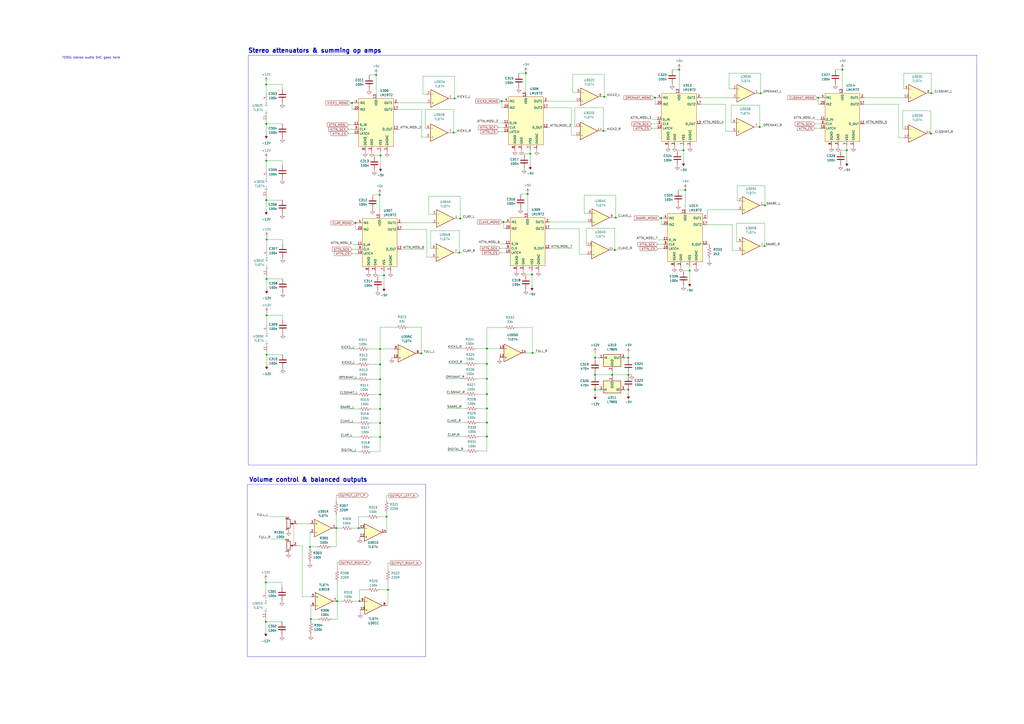
<source format=kicad_sch>
(kicad_sch (version 20231120) (generator "eeschema") (generator_version "8.0")
  (paper "A2")
  (junction (at 383.54 126.492))
  (junction (at 355.092 217.424))
  (junction (at 154.686 182.88))
  (junction (at 357.124 126.238))
  (junction (at 225.044 342.138))
  (junction (at 282.448 202.184))
  (junction (at 154.686 205.74))
  (junction (at 263.144 76.962))
  (junction (at 291.084 58.674))
  (junction (at 266.446 146.558))
  (junction (at 393.954 40.386))
  (junction (at 308.864 204.724))
  (junction (at 222.758 159.766))
  (junction (at 220.472 245.364))
  (junction (at 364.49 217.424))
  (junction (at 282.448 211.074))
  (junction (at 282.448 228.6))
  (junction (at 195.58 348.742))
  (junction (at 282.448 245.11))
  (junction (at 305.054 42.418))
  (junction (at 364.49 207.518))
  (junction (at 220.472 211.328))
  (junction (at 540.258 54.102))
  (junction (at 224.282 299.72))
  (junction (at 440.69 73.66))
  (junction (at 379.984 56.642))
  (junction (at 220.472 202.438))
  (junction (at 208.534 348.742))
  (junction (at 474.726 56.642))
  (junction (at 154.686 161.798))
  (junction (at 154.686 138.938))
  (junction (at 308.61 159.258))
  (junction (at 154.178 337.82))
  (junction (at 179.832 317.246))
  (junction (at 180.34 359.156))
  (junction (at 292.1 128.778))
  (junction (at 488.696 40.386))
  (junction (at 345.186 217.424))
  (junction (at 345.186 226.06))
  (junction (at 282.448 219.71))
  (junction (at 396.494 87.122))
  (junction (at 220.472 219.964))
  (junction (at 443.484 142.748))
  (junction (at 307.594 89.154))
  (junction (at 204.216 59.69))
  (junction (at 263.652 57.15))
  (junction (at 282.448 236.982))
  (junction (at 443.738 119.126))
  (junction (at 220.472 237.236))
  (junction (at 282.448 253.238))
  (junction (at 356.616 145.034))
  (junction (at 364.49 226.06))
  (junction (at 350.012 75.946))
  (junction (at 220.218 113.03))
  (junction (at 195.072 306.324))
  (junction (at 397.51 110.236))
  (junction (at 208.026 306.324))
  (junction (at 220.472 228.854))
  (junction (at 154.432 93.218))
  (junction (at 154.432 116.078))
  (junction (at 244.348 204.978))
  (junction (at 220.472 253.492))
  (junction (at 218.186 43.434))
  (junction (at 350.52 56.134))
  (junction (at 154.432 71.882))
  (junction (at 266.954 126.746))
  (junction (at 540.004 77.47))
  (junction (at 491.236 87.122))
  (junction (at 345.186 207.518))
  (junction (at 154.432 49.022))
  (junction (at 206.248 129.286))
  (junction (at 400.05 156.972))
  (junction (at 154.178 360.68))
  (junction (at 306.07 112.522))
  (junction (at 220.726 90.17))
  (junction (at 441.198 54.102))
  (wire (pts (xy 205.74 348.742) (xy 208.534 348.742)))
  (wire (pts (xy 491.236 87.122) (xy 491.236 93.726)))
  (wire (pts (xy 424.18 71.12) (xy 424.18 60.96)))
  (wire (pts (xy 488.696 40.386) (xy 488.696 51.562)))
  (wire (pts (xy 163.83 96.012) (xy 163.83 93.218)))
  (wire (pts (xy 379.222 56.642) (xy 379.984 56.642)))
  (wire (pts (xy 487.68 95.504) (xy 487.68 96.012)))
  (wire (pts (xy 396.494 84.582) (xy 396.494 87.122)))
  (wire (pts (xy 215.138 228.854) (xy 220.472 228.854)))
  (wire (pts (xy 420.878 60.452) (xy 420.878 76.2)))
  (wire (pts (xy 308.864 189.992) (xy 308.864 204.724)))
  (wire (pts (xy 389.89 40.894) (xy 389.89 40.386)))
  (wire (pts (xy 381.508 141.732) (xy 384.81 141.732)))
  (wire (pts (xy 220.472 219.964) (xy 220.472 211.328)))
  (wire (pts (xy 197.612 253.492) (xy 208.026 253.492)))
  (wire (pts (xy 206.248 133.096) (xy 206.248 129.286)))
  (wire (pts (xy 259.334 245.11) (xy 269.748 245.11)))
  (wire (pts (xy 232.918 129.286) (xy 250.698 129.286)))
  (wire (pts (xy 175.26 316.484) (xy 175.26 346.202)))
  (wire (pts (xy 397.51 109.728) (xy 397.51 110.236)))
  (wire (pts (xy 154.432 116.078) (xy 154.432 121.92)))
  (wire (pts (xy 340.614 142.494) (xy 340.106 142.494)))
  (wire (pts (xy 195.58 348.742) (xy 195.58 359.156)))
  (wire (pts (xy 218.186 43.434) (xy 218.186 54.61)))
  (wire (pts (xy 482.346 84.582) (xy 482.346 85.344)))
  (wire (pts (xy 443.23 142.748) (xy 443.484 142.748)))
  (wire (pts (xy 523.748 74.93) (xy 523.748 64.262)))
  (wire (pts (xy 220.472 342.138) (xy 225.044 342.138)))
  (wire (pts (xy 340.106 142.494) (xy 340.106 132.334)))
  (wire (pts (xy 217.678 157.226) (xy 217.678 157.988)))
  (wire (pts (xy 364.49 217.424) (xy 355.092 217.424)))
  (wire (pts (xy 488.696 39.878) (xy 488.696 40.386)))
  (wire (pts (xy 427.736 107.696) (xy 443.738 107.696)))
  (wire (pts (xy 217.17 90.932) (xy 217.17 90.17)))
  (wire (pts (xy 524.51 74.93) (xy 523.748 74.93)))
  (wire (pts (xy 202.184 77.47) (xy 205.486 77.47)))
  (wire (pts (xy 501.396 71.882) (xy 514.604 71.882)))
  (wire (pts (xy 357.124 126.238) (xy 358.648 126.238)))
  (wire (pts (xy 180.34 346.202) (xy 175.26 346.202)))
  (wire (pts (xy 292.354 62.484) (xy 291.084 62.484)))
  (wire (pts (xy 282.448 236.982) (xy 282.448 228.6)))
  (wire (pts (xy 220.472 245.364) (xy 220.472 237.236)))
  (wire (pts (xy 167.386 299.72) (xy 155.702 299.72)))
  (wire (pts (xy 303.53 156.718) (xy 303.53 157.48)))
  (wire (pts (xy 248.666 124.206) (xy 248.666 113.792)))
  (wire (pts (xy 266.954 126.746) (xy 268.478 126.746)))
  (wire (pts (xy 291.084 58.674) (xy 292.354 58.674)))
  (wire (pts (xy 391.414 84.582) (xy 391.414 85.344)))
  (wire (pts (xy 389.89 48.514) (xy 389.89 49.022)))
  (wire (pts (xy 259.08 228.6) (xy 269.494 228.6)))
  (wire (pts (xy 175.26 316.484) (xy 172.466 316.484)))
  (wire (pts (xy 364.49 207.518) (xy 362.712 207.518)))
  (wire (pts (xy 289.052 71.374) (xy 292.354 71.374)))
  (wire (pts (xy 364.49 226.06) (xy 362.712 226.06)))
  (wire (pts (xy 410.21 130.302) (xy 424.688 130.302)))
  (wire (pts (xy 336.042 147.574) (xy 340.614 147.574)))
  (wire (pts (xy 236.982 189.738) (xy 244.348 189.738)))
  (wire (pts (xy 350.52 56.134) (xy 349.504 56.134)))
  (wire (pts (xy 220.472 202.438) (xy 228.346 202.438)))
  (wire (pts (xy 356.616 132.334) (xy 356.616 145.034)))
  (wire (pts (xy 300.99 42.926) (xy 300.99 42.418)))
  (wire (pts (xy 282.448 189.992) (xy 282.448 202.184)))
  (wire (pts (xy 331.47 78.486) (xy 334.01 78.486)))
  (wire (pts (xy 420.878 76.2) (xy 424.688 76.2)))
  (wire (pts (xy 289.052 73.914) (xy 292.354 73.914)))
  (wire (pts (xy 289.052 76.454) (xy 292.354 76.454)))
  (wire (pts (xy 300.99 50.546) (xy 300.99 51.054)))
  (wire (pts (xy 392.938 95.504) (xy 392.938 96.012)))
  (wire (pts (xy 392.938 87.884) (xy 392.938 87.122)))
  (wire (pts (xy 225.044 351.282) (xy 224.282 351.282)))
  (wire (pts (xy 263.144 63.5) (xy 263.144 76.962)))
  (wire (pts (xy 202.184 72.39) (xy 205.486 72.39)))
  (wire (pts (xy 282.448 228.6) (xy 282.448 219.71)))
  (wire (pts (xy 381.508 144.272) (xy 384.81 144.272)))
  (wire (pts (xy 443.738 107.696) (xy 443.738 119.126)))
  (wire (pts (xy 163.83 93.218) (xy 154.432 93.218)))
  (wire (pts (xy 195.072 287.274) (xy 195.072 290.83)))
  (wire (pts (xy 331.47 62.484) (xy 331.47 78.486)))
  (wire (pts (xy 259.588 261.62) (xy 270.002 261.62)))
  (wire (pts (xy 427.99 121.666) (xy 410.21 121.666)))
  (wire (pts (xy 216.154 121.158) (xy 216.154 121.666)))
  (wire (pts (xy 224.282 290.068) (xy 224.282 287.528)))
  (wire (pts (xy 212.852 342.138) (xy 208.534 342.138)))
  (wire (pts (xy 357.124 126.238) (xy 356.108 126.238)))
  (wire (pts (xy 230.886 59.69) (xy 247.396 59.69)))
  (wire (pts (xy 163.576 340.614) (xy 163.576 337.82)))
  (wire (pts (xy 317.754 73.914) (xy 319.024 73.914)))
  (wire (pts (xy 225.044 326.644) (xy 226.314 326.644)))
  (wire (pts (xy 317.754 62.484) (xy 331.47 62.484)))
  (wire (pts (xy 179.832 317.246) (xy 184.15 317.246)))
  (wire (pts (xy 247.65 149.098) (xy 250.444 149.098)))
  (wire (pts (xy 154.432 114.3) (xy 154.432 116.078)))
  (wire (pts (xy 332.232 53.594) (xy 332.232 43.18)))
  (wire (pts (xy 263.652 57.15) (xy 265.176 57.15)))
  (wire (pts (xy 266.446 133.858) (xy 266.446 146.558)))
  (wire (pts (xy 345.186 226.06) (xy 345.186 229.108)))
  (wire (pts (xy 318.77 144.018) (xy 331.978 144.018)))
  (wire (pts (xy 195.072 298.45) (xy 195.072 306.324)))
  (wire (pts (xy 180.34 359.156) (xy 180.34 360.172)))
  (wire (pts (xy 204.216 144.526) (xy 207.518 144.526)))
  (wire (pts (xy 197.866 262.128) (xy 208.28 262.128)))
  (wire (pts (xy 222.758 157.226) (xy 222.758 159.766)))
  (wire (pts (xy 266.954 126.746) (xy 265.938 126.746)))
  (wire (pts (xy 218.186 42.926) (xy 218.186 43.434)))
  (wire (pts (xy 539.75 54.102) (xy 540.258 54.102)))
  (wire (pts (xy 318.77 128.778) (xy 340.868 128.778)))
  (wire (pts (xy 250.698 124.206) (xy 248.666 124.206)))
  (wire (pts (xy 214.63 211.328) (xy 220.472 211.328)))
  (wire (pts (xy 217.17 90.17) (xy 220.726 90.17)))
  (wire (pts (xy 204.978 306.324) (xy 208.026 306.324)))
  (wire (pts (xy 167.386 299.974) (xy 167.386 299.72)))
  (wire (pts (xy 521.208 60.452) (xy 521.208 80.01)))
  (wire (pts (xy 396.494 157.734) (xy 396.494 156.972)))
  (wire (pts (xy 215.646 87.63) (xy 215.646 88.392)))
  (wire (pts (xy 154.178 360.68) (xy 154.178 366.522)))
  (wire (pts (xy 282.448 211.074) (xy 282.448 202.184)))
  (wire (pts (xy 266.954 113.792) (xy 266.954 126.746)))
  (wire (pts (xy 306.07 112.014) (xy 306.07 112.522)))
  (wire (pts (xy 472.694 74.422) (xy 475.996 74.422)))
  (wire (pts (xy 196.85 326.39) (xy 195.58 326.39)))
  (wire (pts (xy 219.202 160.528) (xy 219.202 159.766)))
  (wire (pts (xy 345.186 216.408) (xy 345.186 217.424)))
  (wire (pts (xy 349.25 75.946) (xy 350.012 75.946)))
  (wire (pts (xy 396.494 165.354) (xy 396.494 165.862)))
  (wire (pts (xy 220.472 262.128) (xy 220.472 253.492)))
  (wire (pts (xy 308.61 156.718) (xy 308.61 159.258)))
  (wire (pts (xy 403.86 154.432) (xy 403.86 155.194)))
  (wire (pts (xy 410.21 141.732) (xy 411.48 141.732)))
  (wire (pts (xy 209.042 353.822) (xy 209.042 355.854)))
  (wire (pts (xy 406.654 60.452) (xy 420.878 60.452)))
  (wire (pts (xy 172.466 303.784) (xy 179.832 303.784)))
  (wire (pts (xy 220.472 189.738) (xy 220.472 202.438)))
  (wire (pts (xy 377.952 71.882) (xy 381.254 71.882)))
  (wire (pts (xy 540.004 64.262) (xy 540.004 77.47)))
  (wire (pts (xy 317.754 58.674) (xy 334.264 58.674)))
  (wire (pts (xy 282.448 202.184) (xy 289.814 202.184)))
  (wire (pts (xy 387.604 84.582) (xy 387.604 85.344)))
  (wire (pts (xy 475.996 60.452) (xy 474.726 60.452)))
  (wire (pts (xy 266.446 146.558) (xy 268.478 146.558)))
  (wire (pts (xy 487.68 87.122) (xy 491.236 87.122)))
  (wire (pts (xy 164.084 185.674) (xy 164.084 182.88)))
  (wire (pts (xy 332.232 43.18) (xy 350.52 43.18)))
  (wire (pts (xy 524.256 42.418) (xy 540.258 42.418)))
  (wire (pts (xy 540.004 77.47) (xy 542.29 77.47)))
  (wire (pts (xy 305.054 42.418) (xy 305.054 53.594)))
  (wire (pts (xy 427.736 116.586) (xy 427.736 107.696)))
  (wire (pts (xy 277.114 228.6) (xy 282.448 228.6)))
  (wire (pts (xy 495.046 84.582) (xy 495.046 85.344)))
  (wire (pts (xy 156.972 312.674) (xy 167.386 312.674)))
  (wire (pts (xy 195.58 337.566) (xy 195.58 348.742)))
  (wire (pts (xy 219.202 168.148) (xy 219.202 168.656)))
  (wire (pts (xy 393.446 118.364) (xy 393.446 118.872)))
  (wire (pts (xy 246.634 74.422) (xy 246.634 63.5)))
  (wire (pts (xy 208.534 348.742) (xy 209.042 348.742)))
  (wire (pts (xy 179.832 317.246) (xy 179.832 318.262)))
  (wire (pts (xy 350.52 56.134) (xy 352.044 56.134)))
  (wire (pts (xy 338.836 113.284) (xy 357.124 113.284)))
  (wire (pts (xy 308.864 204.724) (xy 310.642 204.724)))
  (wire (pts (xy 276.606 211.074) (xy 282.448 211.074)))
  (wire (pts (xy 306.07 112.522) (xy 306.07 123.698)))
  (wire (pts (xy 154.432 93.218) (xy 154.432 99.06)))
  (wire (pts (xy 292.1 128.778) (xy 293.37 128.778)))
  (wire (pts (xy 427.99 116.586) (xy 427.736 116.586)))
  (wire (pts (xy 247.65 133.096) (xy 247.65 149.098)))
  (wire (pts (xy 154.432 70.104) (xy 154.432 71.882)))
  (wire (pts (xy 540.258 54.102) (xy 542.036 54.102)))
  (wire (pts (xy 154.432 49.022) (xy 154.432 54.864)))
  (wire (pts (xy 345.186 207.518) (xy 345.186 204.47)))
  (wire (pts (xy 225.044 342.138) (xy 225.044 351.282)))
  (wire (pts (xy 154.686 205.74) (xy 154.686 211.582)))
  (wire (pts (xy 290.322 58.674) (xy 291.084 58.674)))
  (wire (pts (xy 244.602 63.5) (xy 244.602 79.502)))
  (wire (pts (xy 345.186 217.424) (xy 355.092 217.424)))
  (wire (pts (xy 244.348 204.978) (xy 245.618 204.978)))
  (wire (pts (xy 381.508 139.192) (xy 384.81 139.192)))
  (wire (pts (xy 443.484 129.54) (xy 443.484 142.748)))
  (wire (pts (xy 216.154 113.538) (xy 216.154 113.03)))
  (wire (pts (xy 391.16 154.432) (xy 391.16 155.194)))
  (wire (pts (xy 191.77 317.246) (xy 195.072 317.246)))
  (wire (pts (xy 336.042 147.574) (xy 336.042 132.588)))
  (wire (pts (xy 244.348 189.738) (xy 244.348 204.978)))
  (wire (pts (xy 220.472 228.854) (xy 220.472 219.964)))
  (wire (pts (xy 293.37 132.588) (xy 292.1 132.588)))
  (wire (pts (xy 484.632 40.386) (xy 488.696 40.386)))
  (wire (pts (xy 302.006 113.03) (xy 302.006 112.522)))
  (wire (pts (xy 424.688 145.288) (xy 427.99 145.288)))
  (wire (pts (xy 259.588 253.238) (xy 270.002 253.238)))
  (wire (pts (xy 247.142 74.422) (xy 246.634 74.422)))
  (wire (pts (xy 305.054 159.258) (xy 308.61 159.258)))
  (wire (pts (xy 179.832 325.882) (xy 179.832 326.644)))
  (wire (pts (xy 382.778 126.492) (xy 383.54 126.492)))
  (wire (pts (xy 472.694 71.882) (xy 475.996 71.882)))
  (wire (pts (xy 208.026 306.324) (xy 208.788 306.324)))
  (wire (pts (xy 180.34 359.156) (xy 184.658 359.156)))
  (wire (pts (xy 340.106 132.334) (xy 356.616 132.334)))
  (wire (pts (xy 424.18 60.96) (xy 440.69 60.96)))
  (wire (pts (xy 179.832 308.864) (xy 179.832 317.246)))
  (wire (pts (xy 164.084 182.88) (xy 154.686 182.88)))
  (wire (pts (xy 290.068 141.478) (xy 293.37 141.478)))
  (wire (pts (xy 439.928 73.66) (xy 440.69 73.66)))
  (wire (pts (xy 356.616 145.034) (xy 358.648 145.034)))
  (wire (pts (xy 220.218 112.522) (xy 220.218 113.03)))
  (wire (pts (xy 282.448 219.71) (xy 282.448 211.074)))
  (wire (pts (xy 292.1 189.992) (xy 282.448 189.992)))
  (wire (pts (xy 276.352 202.184) (xy 282.448 202.184)))
  (wire (pts (xy 302.514 86.614) (xy 302.514 87.376)))
  (wire (pts (xy 154.686 205.74) (xy 164.084 205.74)))
  (wire (pts (xy 180.34 351.282) (xy 180.34 359.156)))
  (wire (pts (xy 472.694 69.342) (xy 475.996 69.342)))
  (wire (pts (xy 163.576 368.3) (xy 163.576 368.808)))
  (wire (pts (xy 262.382 76.962) (xy 263.144 76.962)))
  (wire (pts (xy 300.99 42.418) (xy 305.054 42.418)))
  (wire (pts (xy 245.364 44.196) (xy 263.652 44.196)))
  (wire (pts (xy 334.264 53.594) (xy 332.232 53.594)))
  (wire (pts (xy 154.178 336.296) (xy 154.178 337.82)))
  (wire (pts (xy 247.396 54.61) (xy 245.364 54.61)))
  (wire (pts (xy 245.364 54.61) (xy 245.364 44.196)))
  (wire (pts (xy 291.338 128.778) (xy 292.1 128.778)))
  (wire (pts (xy 357.124 113.284) (xy 357.124 126.238)))
  (wire (pts (xy 443.738 119.126) (xy 444.5 119.126)))
  (wire (pts (xy 196.596 287.274) (xy 195.072 287.274)))
  (wire (pts (xy 406.654 56.642) (xy 424.942 56.642)))
  (wire (pts (xy 167.386 320.294) (xy 167.386 320.802)))
  (wire (pts (xy 263.652 57.15) (xy 262.636 57.15)))
  (wire (pts (xy 197.866 202.438) (xy 206.756 202.438)))
  (wire (pts (xy 524.51 51.562) (xy 524.256 51.562)))
  (wire (pts (xy 228.346 207.518) (xy 227.33 207.518)))
  (wire (pts (xy 393.446 110.744) (xy 393.446 110.236)))
  (wire (pts (xy 333.502 62.484) (xy 350.012 62.484)))
  (wire (pts (xy 263.144 76.962) (xy 265.176 76.962)))
  (wire (pts (xy 208.026 299.72) (xy 208.026 306.324)))
  (wire (pts (xy 204.216 63.5) (xy 204.216 59.69)))
  (wire (pts (xy 197.104 228.854) (xy 207.518 228.854)))
  (wire (pts (xy 248.666 113.792) (xy 266.954 113.792)))
  (wire (pts (xy 244.348 204.978) (xy 243.586 204.978)))
  (wire (pts (xy 263.652 44.196) (xy 263.652 57.15)))
  (wire (pts (xy 539.75 77.47) (xy 540.004 77.47)))
  (wire (pts (xy 164.084 193.294) (xy 164.084 193.802)))
  (wire (pts (xy 400.05 156.972) (xy 400.05 163.576)))
  (wire (pts (xy 474.726 60.452) (xy 474.726 56.642)))
  (wire (pts (xy 154.178 337.82) (xy 154.178 343.662)))
  (wire (pts (xy 389.89 40.386) (xy 393.954 40.386)))
  (wire (pts (xy 289.814 207.264) (xy 289.814 208.28)))
  (wire (pts (xy 215.9 262.128) (xy 220.472 262.128)))
  (wire (pts (xy 441.198 54.102) (xy 442.722 54.102)))
  (wire (pts (xy 424.942 51.562) (xy 422.91 51.562)))
  (wire (pts (xy 311.404 86.614) (xy 311.404 87.376)))
  (wire (pts (xy 424.688 130.302) (xy 424.688 145.288)))
  (wire (pts (xy 204.216 147.066) (xy 207.518 147.066)))
  (wire (pts (xy 484.632 40.894) (xy 484.632 40.386)))
  (wire (pts (xy 312.42 156.718) (xy 312.42 157.48)))
  (wire (pts (xy 440.69 73.66) (xy 442.722 73.66)))
  (wire (pts (xy 334.01 73.406) (xy 333.502 73.406)))
  (wire (pts (xy 154.686 161.798) (xy 154.686 167.64)))
  (wire (pts (xy 154.178 358.902) (xy 154.178 360.68)))
  (wire (pts (xy 215.392 237.236) (xy 220.472 237.236)))
  (wire (pts (xy 163.83 79.502) (xy 163.83 80.01)))
  (wire (pts (xy 154.686 181.356) (xy 154.686 182.88)))
  (wire (pts (xy 397.51 110.236) (xy 397.51 121.412)))
  (wire (pts (xy 364.49 217.424) (xy 364.49 218.186)))
  (wire (pts (xy 410.21 121.666) (xy 410.21 126.492)))
  (wire (pts (xy 304.038 89.154) (xy 307.594 89.154)))
  (wire (pts (xy 226.568 157.226) (xy 226.568 157.988)))
  (wire (pts (xy 364.49 225.806) (xy 364.49 226.06)))
  (wire (pts (xy 163.576 348.234) (xy 163.576 348.742)))
  (wire (pts (xy 232.918 144.526) (xy 246.126 144.526)))
  (wire (pts (xy 441.198 42.418) (xy 441.198 54.102)))
  (wire (pts (xy 195.58 348.742) (xy 198.12 348.742)))
  (wire (pts (xy 384.81 130.302) (xy 383.54 130.302)))
  (wire (pts (xy 355.092 215.138) (xy 355.092 217.424)))
  (wire (pts (xy 219.202 159.766) (xy 222.758 159.766)))
  (wire (pts (xy 307.594 89.154) (xy 307.594 95.758)))
  (wire (pts (xy 427.228 129.54) (xy 443.484 129.54)))
  (wire (pts (xy 282.448 253.238) (xy 282.448 245.11)))
  (wire (pts (xy 195.072 306.324) (xy 197.358 306.324)))
  (wire (pts (xy 164.084 149.352) (xy 164.084 149.86)))
  (wire (pts (xy 229.362 189.738) (xy 220.472 189.738)))
  (wire (pts (xy 205.486 129.286) (xy 206.248 129.286)))
  (wire (pts (xy 338.836 123.698) (xy 338.836 113.284)))
  (wire (pts (xy 501.396 60.452) (xy 521.208 60.452)))
  (wire (pts (xy 282.448 245.11) (xy 282.448 236.982)))
  (wire (pts (xy 486.156 84.582) (xy 486.156 85.344)))
  (wire (pts (xy 521.208 80.01) (xy 524.51 80.01)))
  (wire (pts (xy 258.572 219.71) (xy 268.986 219.71)))
  (wire (pts (xy 195.072 317.246) (xy 195.072 306.324)))
  (wire (pts (xy 224.282 299.72) (xy 224.282 297.688)))
  (wire (pts (xy 400.05 154.432) (xy 400.05 156.972)))
  (wire (pts (xy 250.444 144.018) (xy 249.936 144.018)))
  (wire (pts (xy 393.446 110.236) (xy 397.51 110.236)))
  (wire (pts (xy 249.936 133.858) (xy 266.446 133.858)))
  (wire (pts (xy 350.012 75.946) (xy 352.044 75.946)))
  (wire (pts (xy 224.536 87.63) (xy 224.536 88.392)))
  (wire (pts (xy 196.596 219.964) (xy 207.01 219.964)))
  (wire (pts (xy 364.49 226.06) (xy 364.49 228.854)))
  (wire (pts (xy 232.918 133.096) (xy 247.65 133.096)))
  (wire (pts (xy 474.726 56.642) (xy 475.996 56.642)))
  (wire (pts (xy 222.758 159.766) (xy 222.758 166.37)))
  (wire (pts (xy 400.304 84.582) (xy 400.304 85.344)))
  (wire (pts (xy 260.096 211.074) (xy 268.986 211.074)))
  (wire (pts (xy 163.83 59.436) (xy 163.83 59.944)))
  (wire (pts (xy 307.594 86.614) (xy 307.594 89.154)))
  (wire (pts (xy 211.836 87.63) (xy 211.836 88.392)))
  (wire (pts (xy 214.122 51.562) (xy 214.122 52.07)))
  (wire (pts (xy 164.084 141.732) (xy 164.084 138.938)))
  (wire (pts (xy 377.952 74.422) (xy 381.254 74.422)))
  (wire (pts (xy 364.49 204.724) (xy 364.49 207.518)))
  (wire (pts (xy 154.432 71.882) (xy 154.432 77.724)))
  (wire (pts (xy 291.084 62.484) (xy 291.084 58.674)))
  (wire (pts (xy 154.178 360.68) (xy 163.576 360.68)))
  (wire (pts (xy 220.472 237.236) (xy 220.472 228.854)))
  (wire (pts (xy 208.534 342.138) (xy 208.534 348.742)))
  (wire (pts (xy 154.686 160.02) (xy 154.686 161.798)))
  (wire (pts (xy 523.748 64.262) (xy 540.004 64.262)))
  (wire (pts (xy 164.084 138.938) (xy 154.686 138.938)))
  (wire (pts (xy 305.054 41.91) (xy 305.054 42.418)))
  (wire (pts (xy 220.472 211.328) (xy 220.472 202.438)))
  (wire (pts (xy 276.606 219.71) (xy 282.448 219.71)))
  (wire (pts (xy 154.432 71.882) (xy 163.83 71.882)))
  (wire (pts (xy 381.254 60.452) (xy 379.984 60.452)))
  (wire (pts (xy 224.282 308.864) (xy 224.282 299.72)))
  (wire (pts (xy 208.788 311.404) (xy 208.788 312.42)))
  (wire (pts (xy 265.684 146.558) (xy 266.446 146.558)))
  (wire (pts (xy 345.186 217.424) (xy 345.186 218.44)))
  (wire (pts (xy 422.91 51.562) (xy 422.91 42.418)))
  (wire (pts (xy 292.1 132.588) (xy 292.1 128.778)))
  (wire (pts (xy 154.686 138.938) (xy 154.686 144.78)))
  (wire (pts (xy 230.886 74.93) (xy 232.156 74.93)))
  (wire (pts (xy 396.494 87.122) (xy 396.494 93.726)))
  (wire (pts (xy 154.432 116.078) (xy 163.83 116.078)))
  (wire (pts (xy 302.006 112.522) (xy 306.07 112.522)))
  (wire (pts (xy 207.518 133.096) (xy 206.248 133.096)))
  (wire (pts (xy 299.72 189.992) (xy 308.864 189.992)))
  (wire (pts (xy 259.334 236.982) (xy 269.748 236.982)))
  (wire (pts (xy 163.83 49.022) (xy 154.432 49.022)))
  (wire (pts (xy 195.58 326.39) (xy 195.58 329.946)))
  (wire (pts (xy 394.97 154.432) (xy 394.97 155.194)))
  (wire (pts (xy 154.432 91.694) (xy 154.432 93.218)))
  (wire (pts (xy 204.216 59.69) (xy 205.486 59.69)))
  (wire (pts (xy 304.038 89.916) (xy 304.038 89.154)))
  (wire (pts (xy 163.83 51.816) (xy 163.83 49.022)))
  (wire (pts (xy 355.092 217.424) (xy 355.092 218.44)))
  (wire (pts (xy 411.48 141.732) (xy 411.48 142.24)))
  (wire (pts (xy 215.646 253.492) (xy 220.472 253.492)))
  (wire (pts (xy 227.33 207.518) (xy 227.33 208.026)))
  (wire (pts (xy 347.472 207.518) (xy 345.186 207.518)))
  (wire (pts (xy 422.91 42.418) (xy 441.198 42.418)))
  (wire (pts (xy 299.72 156.718) (xy 299.72 157.48)))
  (wire (pts (xy 220.472 253.492) (xy 220.472 245.364)))
  (wire (pts (xy 441.198 54.102) (xy 440.182 54.102)))
  (wire (pts (xy 290.068 146.558) (xy 293.37 146.558)))
  (wire (pts (xy 202.184 74.93) (xy 205.486 74.93)))
  (wire (pts (xy 230.886 63.5) (xy 244.602 63.5)))
  (wire (pts (xy 163.83 103.632) (xy 163.83 104.14)))
  (wire (pts (xy 220.726 87.63) (xy 220.726 90.17)))
  (wire (pts (xy 214.122 43.434) (xy 218.186 43.434)))
  (wire (pts (xy 154.432 47.498) (xy 154.432 49.022)))
  (wire (pts (xy 524.256 51.562) (xy 524.256 42.418)))
  (wire (pts (xy 340.868 123.698) (xy 338.836 123.698)))
  (wire (pts (xy 424.688 71.12) (xy 424.18 71.12)))
  (wire (pts (xy 393.954 39.878) (xy 393.954 40.386)))
  (wire (pts (xy 212.598 299.72) (xy 208.026 299.72)))
  (wire (pts (xy 277.368 236.982) (xy 282.448 236.982)))
  (wire (pts (xy 443.484 142.748) (xy 443.992 142.748)))
  (wire (pts (xy 427.228 140.208) (xy 427.228 129.54)))
  (wire (pts (xy 364.49 216.154) (xy 364.49 217.424)))
  (wire (pts (xy 206.248 129.286) (xy 207.518 129.286)))
  (wire (pts (xy 440.69 60.96) (xy 440.69 73.66)))
  (wire (pts (xy 392.938 87.122) (xy 396.494 87.122)))
  (wire (pts (xy 214.376 202.438) (xy 220.472 202.438)))
  (wire (pts (xy 308.61 159.258) (xy 308.61 165.862)))
  (wire (pts (xy 220.218 299.72) (xy 224.282 299.72)))
  (wire (pts (xy 204.216 141.986) (xy 207.518 141.986)))
  (wire (pts (xy 411.48 149.86) (xy 411.48 151.384)))
  (wire (pts (xy 383.54 130.302) (xy 383.54 126.492)))
  (wire (pts (xy 215.392 245.364) (xy 220.472 245.364)))
  (wire (pts (xy 249.936 144.018) (xy 249.936 133.858)))
  (wire (pts (xy 345.186 207.518) (xy 345.186 208.788)))
  (wire (pts (xy 277.368 245.11) (xy 282.448 245.11)))
  (wire (pts (xy 216.154 113.03) (xy 220.218 113.03)))
  (wire (pts (xy 192.278 359.156) (xy 195.58 359.156)))
  (wire (pts (xy 225.044 337.566) (xy 225.044 342.138)))
  (wire (pts (xy 396.494 156.972) (xy 400.05 156.972)))
  (wire (pts (xy 282.448 261.62) (xy 282.448 253.238)))
  (wire (pts (xy 163.83 123.698) (xy 163.83 124.206)))
  (wire (pts (xy 259.842 202.184) (xy 268.732 202.184)))
  (wire (pts (xy 427.99 140.208) (xy 427.228 140.208)))
  (wire (pts (xy 203.454 59.69) (xy 204.216 59.69)))
  (wire (pts (xy 345.186 226.06) (xy 347.472 226.06)))
  (wire (pts (xy 540.258 42.418) (xy 540.258 54.102)))
  (wire (pts (xy 393.954 40.386) (xy 393.954 51.562)))
  (wire (pts (xy 277.622 253.238) (xy 282.448 253.238)))
  (wire (pts (xy 377.952 69.342) (xy 381.254 69.342)))
  (wire (pts (xy 350.012 62.484) (xy 350.012 75.946)))
  (wire (pts (xy 298.704 86.614) (xy 298.704 87.376)))
  (wire (pts (xy 364.49 207.518) (xy 364.49 208.534)))
  (wire (pts (xy 318.77 132.588) (xy 336.042 132.588)))
  (wire (pts (xy 304.038 97.536) (xy 304.038 98.044)))
  (wire (pts (xy 290.068 144.018) (xy 293.37 144.018)))
  (wire (pts (xy 308.864 204.724) (xy 305.054 204.724)))
  (wire (pts (xy 154.686 161.798) (xy 164.084 161.798)))
  (wire (pts (xy 246.634 63.5) (xy 263.144 63.5)))
  (wire (pts (xy 224.028 308.864) (xy 224.282 308.864)))
  (wire (pts (xy 379.984 60.452) (xy 379.984 56.642)))
  (wire (pts (xy 197.358 245.364) (xy 207.772 245.364)))
  (wire (pts (xy 167.386 307.594) (xy 167.386 308.102)))
  (wire (pts (xy 305.054 160.02) (xy 305.054 159.258)))
  (wire (pts (xy 198.12 211.328) (xy 207.01 211.328)))
  (wire (pts (xy 491.236 84.582) (xy 491.236 87.122)))
  (wire (pts (xy 383.54 126.492) (xy 384.81 126.492)))
  (wire (pts (xy 443.23 119.126) (xy 443.738 119.126)))
  (wire (pts (xy 225.044 329.946) (xy 225.044 326.644)))
  (wire (pts (xy 355.854 145.034) (xy 356.616 145.034)))
  (wire (pts (xy 244.602 79.502) (xy 247.142 79.502)))
  (wire (pts (xy 164.084 169.418) (xy 164.084 169.926)))
  (wire (pts (xy 217.17 98.552) (xy 217.17 99.06)))
  (wire (pts (xy 406.654 71.882) (xy 419.862 71.882)))
  (wire (pts (xy 214.122 43.942) (xy 214.122 43.434)))
  (wire (pts (xy 379.984 56.642) (xy 381.254 56.642)))
  (wire (pts (xy 224.282 287.528) (xy 225.552 287.528)))
  (wire (pts (xy 154.686 182.88) (xy 154.686 188.722)))
  (wire (pts (xy 154.686 137.414) (xy 154.686 138.938)))
  (wire (pts (xy 220.726 90.17) (xy 220.726 96.774)))
  (wire (pts (xy 302.006 120.65) (xy 302.006 121.158)))
  (wire (pts (xy 164.084 213.36) (xy 164.084 213.868)))
  (wire (pts (xy 220.218 113.03) (xy 220.218 124.206)))
  (wire (pts (xy 180.34 367.792) (xy 180.34 368.554)))
  (wire (pts (xy 205.486 63.5) (xy 204.216 63.5)))
  (wire (pts (xy 350.52 43.18) (xy 350.52 56.134)))
  (wire (pts (xy 213.868 157.226) (xy 213.868 157.988)))
  (wire (pts (xy 154.686 203.962) (xy 154.686 205.74)))
  (wire (pts (xy 484.632 48.514) (xy 484.632 49.022)))
  (wire (pts (xy 487.68 87.884) (xy 487.68 87.122)))
  (wire (pts (xy 163.576 337.82) (xy 154.178 337.82)))
  (wire (pts (xy 197.358 237.236) (xy 207.772 237.236)))
  (wire (pts (xy 277.622 261.62) (xy 282.448 261.62)))
  (wire (pts (xy 214.63 219.964) (xy 220.472 219.964)))
  (wire (pts (xy 473.964 56.642) (xy 474.726 56.642)))
  (wire (pts (xy 305.054 167.64) (xy 305.054 168.148)))
  (wire (pts (xy 501.396 56.642) (xy 524.51 56.642)))
  (wire (pts (xy 364.49 217.424) (xy 366.522 217.424)))
  (wire (pts (xy 333.502 73.406) (xy 333.502 62.484)))
  (rectangle (start 143.51 280.924) (end 246.888 381))
  (rectangle (start 144.018 32.004) (end 566.674 269.748))
  (text "TODO: stereo audio DAC goes here" (at 52.832 33.528 0) (effects (font (size 1.27 1.27))))
  (text "Volume control & balanced outputs" (at 178.816 278.384 0) (effects (font (size 2.5 2.5) (thickness 0.5) (bold yes))))
  (text "Stereo attenuators & summing op amps" (at 182.626 29.464 0) (effects (font (size 2.5 2.5) (thickness 0.5) (bold yes))))
  (label "SNARE_R" (at 259.334 236.982 0))
  (label "ATTN_MOSI_4" (at 419.862 71.882 180))
  (label "ATTN_MOSI_5" (at 204.216 141.986 180))
  (label "CLAVE_L" (at 358.648 126.238 0))
  (label "CLAP_R" (at 259.588 253.238 0))
  (label "KICK1_L" (at 265.176 57.15 0))
  (label "CLAP_R" (at 268.478 146.558 0))
  (label "KICK2_L" (at 352.044 56.134 0))
  (label "CLSDHAT_R" (at 542.29 77.47 0))
  (label "ATTN_MOSI_2" (at 232.156 74.93 0))
  (label "CLSDHAT_R" (at 259.08 228.6 0))
  (label "CLSDHAT_L" (at 197.104 228.854 0))
  (label "ATTN_MOSI_6" (at 246.126 144.526 180))
  (label "KICK2_R" (at 260.096 211.074 0))
  (label "CLAVE_L" (at 197.358 245.364 0))
  (label "CLAP_L" (at 197.612 253.492 0))
  (label "ATTN_MOSI_3" (at 377.952 69.342 180))
  (label "SNARE_R" (at 443.992 142.748 0))
  (label "KICK1_L" (at 197.866 202.438 0))
  (label "ATTN_MOSI_2" (at 289.052 71.374 180))
  (label "ATTN_MOSI_3" (at 319.024 73.914 0))
  (label "KICK1_R" (at 259.842 202.184 0))
  (label "FULL_R" (at 310.642 204.724 0))
  (label "FULL_L" (at 245.618 204.978 0))
  (label "ATTN_MOSI_5" (at 514.604 71.882 180))
  (label "CLSDHAT_L" (at 542.036 54.102 0))
  (label "OPENHAT_L" (at 196.596 219.964 0))
  (label "OPENHAT_L" (at 442.722 54.102 0))
  (label "OPENHAT_R" (at 258.572 219.71 0))
  (label "FULL_R" (at 156.972 312.674 180))
  (label "OPENHAT_R" (at 442.722 73.66 0))
  (label "CLAVE_R" (at 259.334 245.11 0))
  (label "SNARE_L" (at 197.358 237.236 0))
  (label "FULL_L" (at 155.702 299.72 180))
  (label "SNARE_L" (at 444.5 119.126 0))
  (label "DIGITAL_L" (at 197.866 262.128 0))
  (label "DIGITAL_R" (at 259.588 261.62 0))
  (label "KICK2_L" (at 198.12 211.328 0))
  (label "ATTN_MOSI_7" (at 381.508 139.192 180))
  (label "ATTN_MOSI_6" (at 290.068 141.478 180))
  (label "ATTN_MOSI_7" (at 331.978 144.018 180))
  (label "CLAP_L" (at 268.478 126.746 0))
  (label "ATTN_MOSI_4" (at 472.694 69.342 180))
  (label "CLAVE_R" (at 358.648 145.034 0))
  (label "KICK2_R" (at 352.044 75.946 0))
  (label "KICK1_R" (at 265.176 76.962 0))
  (global_label "ATTN_SCK" (shape input) (at 202.184 74.93 180) (property "Intersheetrefs" "${INTERSHEET_REFS}" (effects (hide yes))))
  (global_label "OPENHAT_MONO" (shape input) (at 379.222 56.642 180) (property "Intersheetrefs" "${INTERSHEET_REFS}" (effects (hide yes))))
  (global_label "CLAVE_MONO" (shape input) (at 291.338 128.778 180) (property "Intersheetrefs" "${INTERSHEET_REFS}" (effects (hide yes))))
  (global_label "CLSDHAT_MONO" (shape input) (at 473.964 56.642 180) (property "Intersheetrefs" "${INTERSHEET_REFS}" (effects (hide yes))))
  (global_label "ATTN_CS" (shape input) (at 202.184 77.47 180) (property "Intersheetrefs" "${INTERSHEET_REFS}" (effects (hide yes))))
  (global_label "ATTN_CS" (shape input) (at 381.508 144.272 180) (property "Intersheetrefs" "${INTERSHEET_REFS}" (effects (hide yes))))
  (global_label "ATTN_CS" (shape input) (at 289.052 76.454 180) (property "Intersheetrefs" "${INTERSHEET_REFS}" (effects (hide yes))))
  (global_label "OUTPUT_RIGHT_N" (shape output) (at 226.314 326.644 0) (property "Intersheetrefs" "${INTERSHEET_REFS}" (effects (hide yes))))
  (global_label "OUTPUT_RIGHT_P" (shape output) (at 196.85 326.39 0) (property "Intersheetrefs" "${INTERSHEET_REFS}" (effects (hide yes))))
  (global_label "ATTN_SCK" (shape input) (at 377.952 71.882 180) (property "Intersheetrefs" "${INTERSHEET_REFS}" (effects (hide yes))))
  (global_label "OUTPUT_LEFT_N" (shape output) (at 225.552 287.528 0) (property "Intersheetrefs" "${INTERSHEET_REFS}" (effects (hide yes))))
  (global_label "SNARE_MONO" (shape input) (at 382.778 126.492 180) (property "Intersheetrefs" "${INTERSHEET_REFS}" (effects (hide yes))))
  (global_label "ATTN_CS" (shape input) (at 377.952 74.422 180) (property "Intersheetrefs" "${INTERSHEET_REFS}" (effects (hide yes))))
  (global_label "KICK1_MONO" (shape input) (at 203.454 59.69 180) (property "Intersheetrefs" "${INTERSHEET_REFS}" (effects (hide yes))))
  (global_label "ATTN_SCK" (shape input) (at 290.068 144.018 180) (property "Intersheetrefs" "${INTERSHEET_REFS}" (effects (hide yes))))
  (global_label "KICK2_MONO" (shape input) (at 290.322 58.674 180) (property "Intersheetrefs" "${INTERSHEET_REFS}" (effects (hide yes))))
  (global_label "ATTN_SCK" (shape input) (at 381.508 141.732 180) (property "Intersheetrefs" "${INTERSHEET_REFS}" (effects (hide yes))))
  (global_label "ATTN_SCK" (shape input) (at 289.052 73.914 180) (property "Intersheetrefs" "${INTERSHEET_REFS}" (effects (hide yes))))
  (global_label "ATTN_CS" (shape input) (at 204.216 147.066 180) (property "Intersheetrefs" "${INTERSHEET_REFS}" (effects (hide yes))))
  (global_label "ATTN_CS" (shape input) (at 472.694 74.422 180) (property "Intersheetrefs" "${INTERSHEET_REFS}" (effects (hide yes))))
  (global_label "ATTN_SCK" (shape input) (at 204.216 144.526 180) (property "Intersheetrefs" "${INTERSHEET_REFS}" (effects (hide yes))))
  (global_label "CLAP_MONO" (shape input) (at 205.486 129.286 180) (property "Intersheetrefs" "${INTERSHEET_REFS}" (effects (hide yes))))
  (global_label "ATTN_CS" (shape input) (at 290.068 146.558 180) (property "Intersheetrefs" "${INTERSHEET_REFS}" (effects (hide yes))))
  (global_label "ATTN_SCK" (shape input) (at 472.694 71.882 180) (property "Intersheetrefs" "${INTERSHEET_REFS}" (effects (hide yes))))
  (global_label "OUTPUT_LEFT_P" (shape output) (at 196.596 287.274 0) (property "Intersheetrefs" "${INTERSHEET_REFS}" (effects (hide yes))))
  (global_label "ATTN_MOSI" (shape input) (at 202.184 72.39 180) (property "Intersheetrefs" "${INTERSHEET_REFS}" (effects (hide yes))))
  (symbol (lib_id "power:+12V") (at 154.686 137.414 0) (unit 1)
    (property "Reference" "#PWR0307" (effects (hide yes)))
    (property "Value" "+12V" (at 154.686 133.096 0))
    (property "Description" "Power symbol creates a global label with name \"+12V\"" (effects (hide yes)))
  )
  (symbol (lib_id "Amplifier_Operational:TL074") (at 297.434 204.724 0) (mirror x) (unit 4)
    (property "Reference" "U305" (at 297.434 194.31 0))
    (property "Value" "TL074" (at 297.434 196.85 0))
    (property "Footprint" "Package_SO:SOIC-14_3.9x8.7mm_P1.27mm" (effects (hide yes)))
    (property "Datasheet" "http://www.ti.com/lit/ds/symlink/tl071.pdf" (effects (hide yes)))
    (property "Description" "Quad Low-Noise JFET-Input Operational Amplifiers, DIP-14/SOIC-14" (effects (hide yes)))
  )
  (symbol (lib_id "power:GND") (at 224.536 88.392 0) (unit 1)
    (property "Reference" "#PWR0339" (effects (hide yes)))
    (property "Value" "GND" (effects (hide yes)))
    (property "Description" "Power symbol creates a global label with name \"GND\" , ground" (effects (hide yes)))
  )
  (symbol (lib_id "power:GND") (at 163.83 104.14 0) (unit 1)
    (property "Reference" "#PWR0315" (effects (hide yes)))
    (property "Value" "GND" (effects (hide yes)))
    (property "Description" "Power symbol creates a global label with name \"GND\" , ground" (effects (hide yes)))
  )
  (symbol (lib_id "Device:C") (at 302.006 116.84 0) (mirror y) (unit 1)
    (property "Reference" "C316" (at 298.958 115.5699 0) (effects (justify left)))
    (property "Value" "100n" (at 298.958 118.1099 0) (effects (justify left)))
    (property "Footprint" "Capacitor_SMD:C_0805_2012Metric" (effects (hide yes)))
    (property "Description" "Unpolarized capacitor" (effects (hide yes)))
  )
  (symbol (lib_id "power:GND") (at 216.154 121.666 0) (unit 1)
    (property "Reference" "#PWR0331" (effects (hide yes)))
    (property "Value" "GND" (effects (hide yes)))
    (property "Description" "Power symbol creates a global label with name \"GND\" , ground" (effects (hide yes)))
  )
  (symbol (lib_id "Amplifier_Operational:TL074") (at 341.884 56.134 0) (mirror x) (unit 3)
    (property "Reference" "U302" (at 341.884 46.482 0))
    (property "Value" "TL074" (at 341.884 49.022 0))
    (property "Footprint" "Package_SO:SOIC-14_3.9x8.7mm_P1.27mm" (effects (hide yes)))
    (property "Datasheet" "http://www.ti.com/lit/ds/symlink/tl071.pdf" (effects (hide yes)))
    (property "Description" "Quad Low-Noise JFET-Input Operational Amplifiers, DIP-14/SOIC-14" (effects (hide yes)))
  )
  (symbol (lib_id "power:-5V") (at 222.758 166.37 180) (unit 1)
    (property "Reference" "#PWR0338" (effects (hide yes)))
    (property "Value" "-5V" (at 222.758 171.196 0))
    (property "Description" "Power symbol creates a global label with name \"-5V\"" (effects (hide yes)))
  )
  (symbol (lib_id "Device:C") (at 163.576 364.49 0) (mirror y) (unit 1)
    (property "Reference" "C302" (at 160.528 363.2199 0) (effects (justify left)))
    (property "Value" "100n" (at 160.528 365.7599 0) (effects (justify left)))
    (property "Footprint" "Capacitor_SMD:C_0805_2012Metric" (effects (hide yes)))
    (property "Description" "Unpolarized capacitor" (effects (hide yes)))
  )
  (symbol (lib_id "power:+5V") (at 397.51 109.728 0) (unit 1)
    (property "Reference" "#PWR0372" (effects (hide yes)))
    (property "Value" "+5V" (at 397.51 105.156 0))
    (property "Description" "Power symbol creates a global label with name \"+5V\"" (effects (hide yes)))
  )
  (symbol (lib_id "Device:C") (at 163.83 75.692 0) (mirror y) (unit 1)
    (property "Reference" "C304" (at 160.782 74.4219 0) (effects (justify left)))
    (property "Value" "100n" (at 160.782 76.9619 0) (effects (justify left)))
    (property "Footprint" "Capacitor_SMD:C_0805_2012Metric" (effects (hide yes)))
    (property "Description" "Unpolarized capacitor" (effects (hide yes)))
  )
  (symbol (lib_id "Device:C") (at 163.83 55.626 0) (mirror y) (unit 1)
    (property "Reference" "C303" (at 160.782 54.3559 0) (effects (justify left)))
    (property "Value" "100n" (at 160.782 56.8959 0) (effects (justify left)))
    (property "Footprint" "Capacitor_SMD:C_0805_2012Metric" (effects (hide yes)))
    (property "Description" "Unpolarized capacitor" (effects (hide yes)))
  )
  (symbol (lib_id "power:GND") (at 163.83 124.206 0) (unit 1)
    (property "Reference" "#PWR0316" (effects (hide yes)))
    (property "Value" "GND" (effects (hide yes)))
    (property "Description" "Power symbol creates a global label with name \"GND\" , ground" (effects (hide yes)))
  )
  (symbol (lib_id "Device:C") (at 214.122 47.752 0) (mirror y) (unit 1)
    (property "Reference" "C311" (at 211.074 46.4819 0) (effects (justify left)))
    (property "Value" "100n" (at 211.074 49.0219 0) (effects (justify left)))
    (property "Footprint" "Capacitor_SMD:C_0805_2012Metric" (effects (hide yes)))
    (property "Description" "Unpolarized capacitor" (effects (hide yes)))
  )
  (symbol (lib_id "power:GND") (at 394.97 155.194 0) (unit 1)
    (property "Reference" "#PWR0369" (effects (hide yes)))
    (property "Value" "GND" (effects (hide yes)))
    (property "Description" "Power symbol creates a global label with name \"GND\" , ground" (effects (hide yes)))
  )
  (symbol (lib_id "power:GND") (at 163.83 80.01 0) (unit 1)
    (property "Reference" "#PWR0314" (effects (hide yes)))
    (property "Value" "GND" (effects (hide yes)))
    (property "Description" "Power symbol creates a global label with name \"GND\" , ground" (effects (hide yes)))
  )
  (symbol (lib_id "Device:C") (at 393.446 114.554 0) (mirror y) (unit 1)
    (property "Reference" "C325" (at 390.398 113.2839 0) (effects (justify left)))
    (property "Value" "100n" (at 390.398 115.8239 0) (effects (justify left)))
    (property "Footprint" "Capacitor_SMD:C_0805_2012Metric" (effects (hide yes)))
    (property "Description" "Unpolarized capacitor" (effects (hide yes)))
  )
  (symbol (lib_id "power:GND") (at 304.038 98.044 0) (unit 1)
    (property "Reference" "#PWR0349" (effects (hide yes)))
    (property "Value" "GND" (effects (hide yes)))
    (property "Description" "Power symbol creates a global label with name \"GND\" , ground" (effects (hide yes)))
  )
  (symbol (lib_id "power:GND") (at 298.704 87.376 0) (unit 1)
    (property "Reference" "#PWR0343" (effects (hide yes)))
    (property "Value" "GND" (effects (hide yes)))
    (property "Description" "Power symbol creates a global label with name \"GND\" , ground" (effects (hide yes)))
  )
  (symbol (lib_id "Device:C") (at 392.938 91.694 0) (mirror y) (unit 1)
    (property "Reference" "C324" (at 389.89 90.4239 0) (effects (justify left)))
    (property "Value" "100n" (at 389.89 92.9639 0) (effects (justify left)))
    (property "Footprint" "Capacitor_SMD:C_0805_2012Metric" (effects (hide yes)))
    (property "Description" "Unpolarized capacitor" (effects (hide yes)))
  )
  (symbol (lib_id "Device:R_US") (at 212.09 262.128 90) (unit 1)
    (property "Reference" "R318" (at 212.09 256.794 90))
    (property "Value" "100k" (at 212.09 259.334 90))
    (property "Footprint" "Resistor_SMD:R_0805_2012Metric" (effects (hide yes)))
    (property "Description" "Resistor, US symbol" (effects (hide yes)))
  )
  (symbol (lib_id "Regulator_Linear:L7805") (at 355.092 207.518 0) (unit 1)
    (property "Reference" "U310" (at 355.092 200.152 0))
    (property "Value" "L7805" (at 355.092 202.692 0))
    (property "Footprint" "PCM_4ms_Package_TO:TO-220-3_Vertical" (effects (hide yes)))
    (property "Datasheet" "http://www.st.com/content/ccc/resource/technical/document/datasheet/41/4f/b3/b0/12/d4/47/88/CD00000444.pdf/files/CD00000444.pdf/jcr:content/translations/en.CD00000444.pdf" (effects (hide yes)))
    (property "Description" "Positive 1.5A 35V Linear Regulator, Fixed Output 5V, TO-220/TO-263/TO-252" (effects (hide yes)))
  )
  (symbol (lib_id "power:GND") (at 208.788 312.42 0) (unit 1)
    (property "Reference" "#PWR0325" (effects (hide yes)))
    (property "Value" "GND" (effects (hide yes)))
    (property "Description" "Power symbol creates a global label with name \"GND\" , ground" (effects (hide yes)))
  )
  (symbol (lib_id "Amplifier_Operational:TL074") (at 216.662 351.282 0) (mirror x) (unit 3)
    (property "Reference" "U301" (at 216.662 361.442 0))
    (property "Value" "TL074" (at 216.662 358.902 0))
    (property "Footprint" "Package_SO:SOIC-14_3.9x8.7mm_P1.27mm" (effects (hide yes)))
    (property "Datasheet" "http://www.ti.com/lit/ds/symlink/tl071.pdf" (effects (hide yes)))
    (property "Description" "Quad Low-Noise JFET-Input Operational Amplifiers, DIP-14/SOIC-14" (effects (hide yes)))
  )
  (symbol (lib_id "power:-12V") (at 154.432 77.724 180) (unit 1)
    (property "Reference" "#PWR0304" (effects (hide yes)))
    (property "Value" "-12V" (at 154.432 83.058 0))
    (property "Description" "Power symbol creates a global label with name \"-12V\"" (effects (hide yes)))
  )
  (symbol (lib_id "Device:C") (at 217.17 94.742 0) (mirror y) (unit 1)
    (property "Reference" "C313" (at 214.122 93.4719 0) (effects (justify left)))
    (property "Value" "100n" (at 214.122 96.0119 0) (effects (justify left)))
    (property "Footprint" "Capacitor_SMD:C_0805_2012Metric" (effects (hide yes)))
    (property "Description" "Unpolarized capacitor" (effects (hide yes)))
  )
  (symbol (lib_id "Amplifier_Operational:TL074") (at 435.61 119.126 0) (mirror x) (unit 1)
    (property "Reference" "U305" (at 435.61 109.474 0))
    (property "Value" "TL074" (at 435.61 112.014 0))
    (property "Footprint" "Package_SO:SOIC-14_3.9x8.7mm_P1.27mm" (effects (hide yes)))
    (property "Datasheet" "http://www.ti.com/lit/ds/symlink/tl071.pdf" (effects (hide yes)))
    (property "Description" "Quad Low-Noise JFET-Input Operational Amplifiers, DIP-14/SOIC-14" (effects (hide yes)))
  )
  (symbol (lib_id "Device:R_US") (at 210.82 219.964 90) (unit 1)
    (property "Reference" "R313" (at 210.82 214.63 90))
    (property "Value" "100k" (at 210.82 217.17 90))
    (property "Footprint" "Resistor_SMD:R_0805_2012Metric" (effects (hide yes)))
    (property "Description" "Resistor, US symbol" (effects (hide yes)))
  )
  (symbol (lib_id "power:-12V") (at 154.686 211.582 180) (unit 1)
    (property "Reference" "#PWR0310" (effects (hide yes)))
    (property "Value" "-12V" (at 154.686 216.916 0))
    (property "Description" "Power symbol creates a global label with name \"-12V\"" (effects (hide yes)))
  )
  (symbol (lib_id "Audio:LM1972") (at 488.696 65.532 0) (unit 1)
    (property "Reference" "U314" (at 490.8901 49.53 0) (effects (justify left)))
    (property "Value" "LM1972" (at 490.8901 52.07 0) (effects (justify left)))
    (property "Footprint" "Package_SO:SOIC-20W_7.5x12.8mm_P1.27mm" (effects (hide yes)))
  )
  (symbol (lib_id "Device:C") (at 163.576 344.424 0) (mirror y) (unit 1)
    (property "Reference" "C301" (at 160.528 343.1539 0) (effects (justify left)))
    (property "Value" "100n" (at 160.528 345.6939 0) (effects (justify left)))
    (property "Footprint" "Capacitor_SMD:C_0805_2012Metric" (effects (hide yes)))
    (property "Description" "Unpolarized capacitor" (effects (hide yes)))
  )
  (symbol (lib_id "power:GND") (at 495.046 85.344 0) (unit 1)
    (property "Reference" "#PWR0383" (effects (hide yes)))
    (property "Value" "GND" (effects (hide yes)))
    (property "Description" "Power symbol creates a global label with name \"GND\" , ground" (effects (hide yes)))
  )
  (symbol (lib_id "power:-12V") (at 154.686 167.64 180) (unit 1)
    (property "Reference" "#PWR0308" (effects (hide yes)))
    (property "Value" "-12V" (at 154.686 172.974 0))
    (property "Description" "Power symbol creates a global label with name \"-12V\"" (effects (hide yes)))
  )
  (symbol (lib_id "Device:C") (at 364.49 221.996 0) (mirror y) (unit 1)
    (property "Reference" "C322" (at 368.046 220.7259 0) (effects (justify right)))
    (property "Value" "100n" (at 368.046 223.2659 0) (effects (justify right)))
    (property "Footprint" "Capacitor_SMD:C_0805_2012Metric" (effects (hide yes)))
    (property "Description" "Unpolarized capacitor" (effects (hide yes)))
  )
  (symbol (lib_id "power:GND") (at 211.836 88.392 0) (unit 1)
    (property "Reference" "#PWR0327" (effects (hide yes)))
    (property "Value" "GND" (effects (hide yes)))
    (property "Description" "Power symbol creates a global label with name \"GND\" , ground" (effects (hide yes)))
  )
  (symbol (lib_id "Device:C") (at 164.084 165.608 0) (mirror y) (unit 1)
    (property "Reference" "C308" (at 161.036 164.3379 0) (effects (justify left)))
    (property "Value" "100n" (at 161.036 166.8779 0) (effects (justify left)))
    (property "Footprint" "Capacitor_SMD:C_0805_2012Metric" (effects (hide yes)))
    (property "Description" "Unpolarized capacitor" (effects (hide yes)))
  )
  (symbol (lib_id "power:-12V") (at 154.178 366.522 180) (unit 1)
    (property "Reference" "#PWR0302" (effects (hide yes)))
    (property "Value" "-12V" (at 154.178 371.856 0))
    (property "Description" "Power symbol creates a global label with name \"-12V\"" (effects (hide yes)))
  )
  (symbol (lib_id "power:GND") (at 366.522 217.424 0) (unit 1)
    (property "Reference" "#PWR0361" (effects (hide yes)))
    (property "Value" "GND" (effects (hide yes)))
    (property "Description" "Power symbol creates a global label with name \"GND\" , ground" (effects (hide yes)))
  )
  (symbol (lib_id "Device:C") (at 304.038 93.726 0) (mirror y) (unit 1)
    (property "Reference" "C317" (at 300.99 92.4559 0) (effects (justify left)))
    (property "Value" "100n" (at 300.99 94.9959 0) (effects (justify left)))
    (property "Footprint" "Capacitor_SMD:C_0805_2012Metric" (effects (hide yes)))
    (property "Description" "Unpolarized capacitor" (effects (hide yes)))
  )
  (symbol (lib_id "Device:R_US") (at 211.328 228.854 90) (unit 1)
    (property "Reference" "R314" (at 211.328 223.52 90))
    (property "Value" "100k" (at 211.328 226.06 90))
    (property "Footprint" "Resistor_SMD:R_0805_2012Metric" (effects (hide yes)))
    (property "Description" "Resistor, US symbol" (effects (hide yes)))
  )
  (symbol (lib_id "Device:R_US") (at 273.558 245.11 90) (unit 1)
    (property "Reference" "R329" (at 273.558 239.776 90))
    (property "Value" "100k" (at 273.558 242.316 90))
    (property "Footprint" "Resistor_SMD:R_0805_2012Metric" (effects (hide yes)))
    (property "Description" "Resistor, US symbol" (effects (hide yes)))
  )
  (symbol (lib_id "Audio:LM1972") (at 220.218 138.176 0) (unit 1)
    (property "Reference" "U307" (at 222.4121 122.174 0) (effects (justify left)))
    (property "Value" "LM1972" (at 222.4121 124.714 0) (effects (justify left)))
    (property "Footprint" "Package_SO:SOIC-20W_7.5x12.8mm_P1.27mm" (effects (hide yes)))
  )
  (symbol (lib_id "Device:R_US") (at 195.58 333.756 0) (unit 1)
    (property "Reference" "R308" (at 197.358 332.4859 0) (effects (justify left)))
    (property "Value" "220R" (at 197.358 335.0259 0) (effects (justify left)))
    (property "Footprint" "Resistor_SMD:R_0805_2012Metric" (effects (hide yes)))
    (property "Description" "Resistor, US symbol" (effects (hide yes)))
  )
  (symbol (lib_id "power:GND") (at 164.084 169.926 0) (unit 1)
    (property "Reference" "#PWR0318" (effects (hide yes)))
    (property "Value" "GND" (effects (hide yes)))
    (property "Description" "Power symbol creates a global label with name \"GND\" , ground" (effects (hide yes)))
  )
  (symbol (lib_id "power:GND") (at 163.576 368.808 0) (unit 1)
    (property "Reference" "#PWR0312" (effects (hide yes)))
    (property "Value" "GND" (effects (hide yes)))
    (property "Description" "Power symbol creates a global label with name \"GND\" , ground" (effects (hide yes)))
  )
  (symbol (lib_id "power:GND") (at 227.33 208.026 0) (unit 1)
    (property "Reference" "#PWR0341" (effects (hide yes)))
    (property "Value" "GND" (effects (hide yes)))
    (property "Description" "Power symbol creates a global label with name \"GND\" , ground" (effects (hide yes)))
  )
  (symbol (lib_id "Amplifier_Operational:TL074") (at 532.13 77.47 0) (mirror x) (unit 4)
    (property "Reference" "U303" (at 532.13 67.056 0))
    (property "Value" "TL074" (at 532.13 69.596 0))
    (property "Footprint" "Package_SO:SOIC-14_3.9x8.7mm_P1.27mm" (effects (hide yes)))
    (property "Datasheet" "http://www.ti.com/lit/ds/symlink/tl071.pdf" (effects (hide yes)))
    (property "Description" "Quad Low-Noise JFET-Input Operational Amplifiers, DIP-14/SOIC-14" (effects (hide yes)))
  )
  (symbol (lib_id "Device:R_US") (at 211.582 237.236 90) (unit 1)
    (property "Reference" "R315" (at 211.582 231.902 90))
    (property "Value" "100k" (at 211.582 234.442 90))
    (property "Footprint" "Resistor_SMD:R_0805_2012Metric" (effects (hide yes)))
    (property "Description" "Resistor, US symbol" (effects (hide yes)))
  )
  (symbol (lib_id "power:+12V") (at 154.432 47.498 0) (unit 1)
    (property "Reference" "#PWR0303" (effects (hide yes)))
    (property "Value" "+12V" (at 154.432 43.18 0))
    (property "Description" "Power symbol creates a global label with name \"+12V\"" (effects (hide yes)))
  )
  (symbol (lib_id "Audio:LM1972") (at 393.954 65.532 0) (unit 1)
    (property "Reference" "U312" (at 396.1481 49.53 0) (effects (justify left)))
    (property "Value" "LM1972" (at 396.1481 52.07 0) (effects (justify left)))
    (property "Footprint" "Package_SO:SOIC-20W_7.5x12.8mm_P1.27mm" (effects (hide yes)))
  )
  (symbol (lib_id "Device:C") (at 389.89 44.704 0) (mirror y) (unit 1)
    (property "Reference" "C323" (at 386.842 43.4339 0) (effects (justify left)))
    (property "Value" "100n" (at 386.842 45.9739 0) (effects (justify left)))
    (property "Footprint" "Capacitor_SMD:C_0805_2012Metric" (effects (hide yes)))
    (property "Description" "Unpolarized capacitor" (effects (hide yes)))
  )
  (symbol (lib_id "Device:R_Potentiometer_Dual") (at 169.926 310.134 270) (mirror x) (unit 1)
    (property "Reference" "RV301" (at 165.1 308.8639 90) (effects (justify right)))
    (property "Value" "100k" (at 165.1 311.4039 90) (effects (justify right)))
    (property "Footprint" "Potentiometer_THT:Potentiometer_Alpha_RD902F-40-00D_Dual_Vertical" (effects (hide yes)))
    (property "Description" "Dual potentiometer" (effects (hide yes)))
  )
  (symbol (lib_id "Device:R_US") (at 187.96 317.246 90) (unit 1)
    (property "Reference" "R305" (at 187.96 312.166 90))
    (property "Value" "100k" (at 187.96 314.706 90))
    (property "Footprint" "Resistor_SMD:R_0805_2012Metric" (effects (hide yes)))
    (property "Description" "Resistor, US symbol" (effects (hide yes)))
  )
  (symbol (lib_id "Audio:LM1972") (at 397.51 135.382 0) (unit 1)
    (property "Reference" "U313" (at 399.7041 119.38 0) (effects (justify left)))
    (property "Value" "LM1972" (at 399.7041 121.92 0) (effects (justify left)))
    (property "Footprint" "Package_SO:SOIC-20W_7.5x12.8mm_P1.27mm" (effects (hide yes)))
  )
  (symbol (lib_id "Amplifier_Operational:TL074") (at 156.718 351.282 0) (unit 5)
    (property "Reference" "U301" (at 152.654 350.0119 0) (effects (justify right)))
    (property "Value" "TL074" (at 152.654 352.5519 0) (effects (justify right)))
    (property "Footprint" "Package_SO:SOIC-14_3.9x8.7mm_P1.27mm" (effects (hide yes)))
    (property "Datasheet" "http://www.ti.com/lit/ds/symlink/tl071.pdf" (effects (hide yes)))
    (property "Description" "Quad Low-Noise JFET-Input Operational Amplifiers, DIP-14/SOIC-14" (effects (hide yes)))
  )
  (symbol (lib_id "Device:R_US") (at 273.304 228.6 90) (unit 1)
    (property "Reference" "R327" (at 273.304 223.266 90))
    (property "Value" "100k" (at 273.304 225.806 90))
    (property "Footprint" "Resistor_SMD:R_0805_2012Metric" (effects (hide yes)))
    (property "Description" "Resistor, US symbol" (effects (hide yes)))
  )
  (symbol (lib_id "Device:R_US") (at 272.796 219.71 90) (unit 1)
    (property "Reference" "R326" (at 272.796 214.376 90))
    (property "Value" "100k" (at 272.796 216.916 90))
    (property "Footprint" "Resistor_SMD:R_0805_2012Metric" (effects (hide yes)))
    (property "Description" "Resistor, US symbol" (effects (hide yes)))
  )
  (symbol (lib_id "power:-5V") (at 364.49 228.854 180) (unit 1)
    (property "Reference" "#PWR0360" (effects (hide yes)))
    (property "Value" "-5V" (at 364.49 233.172 0))
    (property "Description" "Power symbol creates a global label with name \"-5V\"" (effects (hide yes)))
  )
  (symbol (lib_id "Device:R_US") (at 179.832 322.072 0) (unit 1)
    (property "Reference" "R303" (at 181.61 320.8019 0) (effects (justify left)))
    (property "Value" "100k" (at 181.61 323.3419 0) (effects (justify left)))
    (property "Footprint" "Resistor_SMD:R_0805_2012Metric" (effects (hide yes)))
    (property "Description" "Resistor, US symbol" (effects (hide yes)))
  )
  (symbol (lib_id "Amplifier_Operational:TL074") (at 348.488 126.238 0) (mirror x) (unit 3)
    (property "Reference" "U304" (at 348.488 116.586 0))
    (property "Value" "TL074" (at 348.488 119.126 0))
    (property "Footprint" "Package_SO:SOIC-14_3.9x8.7mm_P1.27mm" (effects (hide yes)))
    (property "Datasheet" "http://www.ti.com/lit/ds/symlink/tl071.pdf" (effects (hide yes)))
    (property "Description" "Quad Low-Noise JFET-Input Operational Amplifiers, DIP-14/SOIC-14" (effects (hide yes)))
  )
  (symbol (lib_id "power:GND") (at 396.494 165.862 0) (unit 1)
    (property "Reference" "#PWR0371" (effects (hide yes)))
    (property "Value" "GND" (effects (hide yes)))
    (property "Description" "Power symbol creates a global label with name \"GND\" , ground" (effects (hide yes)))
  )
  (symbol (lib_id "Device:R_US") (at 272.542 202.184 90) (unit 1)
    (property "Reference" "R324" (at 272.542 196.85 90))
    (property "Value" "100k" (at 272.542 199.39 90))
    (property "Footprint" "Resistor_SMD:R_0805_2012Metric" (effects (hide yes)))
    (property "Description" "Resistor, US symbol" (effects (hide yes)))
  )
  (symbol (lib_id "Amplifier_Operational:TL074") (at 341.63 75.946 0) (mirror x) (unit 4)
    (property "Reference" "U302" (at 341.63 65.532 0))
    (property "Value" "TL074" (at 341.63 68.072 0))
    (property "Footprint" "Package_SO:SOIC-14_3.9x8.7mm_P1.27mm" (effects (hide yes)))
    (property "Datasheet" "http://www.ti.com/lit/ds/symlink/tl071.pdf" (effects (hide yes)))
    (property "Description" "Quad Low-Noise JFET-Input Operational Amplifiers, DIP-14/SOIC-14" (effects (hide yes)))
  )
  (symbol (lib_id "power:+12V") (at 154.432 91.694 0) (unit 1)
    (property "Reference" "#PWR0305" (effects (hide yes)))
    (property "Value" "+12V" (at 154.432 87.376 0))
    (property "Description" "Power symbol creates a global label with name \"+12V\"" (effects (hide yes)))
  )
  (symbol (lib_id "power:+5V") (at 306.07 112.014 0) (unit 1)
    (property "Reference" "#PWR0352" (effects (hide yes)))
    (property "Value" "+5V" (at 306.07 107.442 0))
    (property "Description" "Power symbol creates a global label with name \"+5V\"" (effects (hide yes)))
  )
  (symbol (lib_id "power:+12V") (at 154.178 336.296 0) (unit 1)
    (property "Reference" "#PWR0301" (effects (hide yes)))
    (property "Value" "+12V" (at 154.178 331.978 0))
    (property "Description" "Power symbol creates a global label with name \"+12V\"" (effects (hide yes)))
  )
  (symbol (lib_id "Amplifier_Operational:TL074") (at 157.226 152.4 0) (unit 5)
    (property "Reference" "U304" (at 153.416 151.1299 0) (effects (justify right)))
    (property "Value" "TL074" (at 153.416 153.6699 0) (effects (justify right)))
    (property "Footprint" "Package_SO:SOIC-14_3.9x8.7mm_P1.27mm" (effects (hide yes)))
    (property "Datasheet" "http://www.ti.com/lit/ds/symlink/tl071.pdf" (effects (hide yes)))
    (property "Description" "Quad Low-Noise JFET-Input Operational Amplifiers, DIP-14/SOIC-14" (effects (hide yes)))
  )
  (symbol (lib_id "Device:C") (at 219.202 164.338 0) (mirror y) (unit 1)
    (property "Reference" "C314" (at 216.154 163.0679 0) (effects (justify left)))
    (property "Value" "100n" (at 216.154 165.6079 0) (effects (justify left)))
    (property "Footprint" "Capacitor_SMD:C_0805_2012Metric" (effects (hide yes)))
    (property "Description" "Unpolarized capacitor" (effects (hide yes)))
  )
  (symbol (lib_id "Device:R_US") (at 273.812 261.62 90) (unit 1)
    (property "Reference" "R331" (at 273.812 256.286 90))
    (property "Value" "100k" (at 273.812 258.826 90))
    (property "Footprint" "Resistor_SMD:R_0805_2012Metric" (effects (hide yes)))
    (property "Description" "Resistor, US symbol" (effects (hide yes)))
  )
  (symbol (lib_id "Amplifier_Operational:TL074") (at 156.972 62.484 0) (unit 5)
    (property "Reference" "U302" (at 152.654 61.2139 0) (effects (justify right)))
    (property "Value" "TL074" (at 152.654 63.7539 0) (effects (justify right)))
    (property "Footprint" "Package_SO:SOIC-14_3.9x8.7mm_P1.27mm" (effects (hide yes)))
    (property "Datasheet" "http://www.ti.com/lit/ds/symlink/tl071.pdf" (effects (hide yes)))
    (property "Description" "Quad Low-Noise JFET-Input Operational Amplifiers, DIP-14/SOIC-14" (effects (hide yes)))
  )
  (symbol (lib_id "Amplifier_Operational:TL074") (at 435.61 142.748 0) (mirror x) (unit 2)
    (property "Reference" "U305" (at 435.61 132.334 0))
    (property "Value" "TL074" (at 435.61 134.874 0))
    (property "Footprint" "Package_SO:SOIC-14_3.9x8.7mm_P1.27mm" (effects (hide yes)))
    (property "Datasheet" "http://www.ti.com/lit/ds/symlink/tl071.pdf" (effects (hide yes)))
    (property "Description" "Quad Low-Noise JFET-Input Operational Amplifiers, DIP-14/SOIC-14" (effects (hide yes)))
  )
  (symbol (lib_id "Device:R_US") (at 272.796 211.074 90) (unit 1)
    (property "Reference" "R325" (at 272.796 205.74 90))
    (property "Value" "100k" (at 272.796 208.28 90))
    (property "Footprint" "Resistor_SMD:R_0805_2012Metric" (effects (hide yes)))
    (property "Description" "Resistor, US symbol" (effects (hide yes)))
  )
  (symbol (lib_id "Device:R_US") (at 210.566 202.438 90) (unit 1)
    (property "Reference" "R311" (at 210.566 197.104 90))
    (property "Value" "100k" (at 210.566 199.644 90))
    (property "Footprint" "Resistor_SMD:R_0805_2012Metric" (effects (hide yes)))
    (property "Description" "Resistor, US symbol" (effects (hide yes)))
  )
  (symbol (lib_id "Amplifier_Operational:TL074") (at 432.562 54.102 0) (mirror x) (unit 1)
    (property "Reference" "U303" (at 432.562 44.45 0))
    (property "Value" "TL074" (at 432.562 46.99 0))
    (property "Footprint" "Package_SO:SOIC-14_3.9x8.7mm_P1.27mm" (effects (hide yes)))
    (property "Datasheet" "http://www.ti.com/lit/ds/symlink/tl071.pdf" (effects (hide yes)))
    (property "Description" "Quad Low-Noise JFET-Input Operational Amplifiers, DIP-14/SOIC-14" (effects (hide yes)))
  )
  (symbol (lib_id "power:+5V") (at 488.696 39.878 0) (unit 1)
    (property "Reference" "#PWR0381" (effects (hide yes)))
    (property "Value" "+5V" (at 488.696 35.306 0))
    (property "Description" "Power symbol creates a global label with name \"+5V\"" (effects (hide yes)))
  )
  (symbol (lib_id "Amplifier_Operational:TL074") (at 348.234 145.034 0) (mirror x) (unit 4)
    (property "Reference" "U304" (at 348.234 134.62 0))
    (property "Value" "TL074" (at 348.234 137.16 0))
    (property "Footprint" "Package_SO:SOIC-14_3.9x8.7mm_P1.27mm" (effects (hide yes)))
    (property "Datasheet" "http://www.ti.com/lit/ds/symlink/tl071.pdf" (effects (hide yes)))
    (property "Description" "Quad Low-Noise JFET-Input Operational Amplifiers, DIP-14/SOIC-14" (effects (hide yes)))
  )
  (symbol (lib_id "Device:C") (at 164.084 189.484 0) (mirror y) (unit 1)
    (property "Reference" "C309" (at 161.036 188.2139 0) (effects (justify left)))
    (property "Value" "100n" (at 161.036 190.7539 0) (effects (justify left)))
    (property "Footprint" "Capacitor_SMD:C_0805_2012Metric" (effects (hide yes)))
    (property "Description" "Unpolarized capacitor" (effects (hide yes)))
  )
  (symbol (lib_id "Device:R_US") (at 295.91 189.992 90) (unit 1)
    (property "Reference" "R332" (at 295.91 184.15 90))
    (property "Value" "33k" (at 295.91 186.69 90))
    (property "Footprint" "Resistor_SMD:R_0805_2012Metric" (effects (hide yes)))
    (property "Description" "Resistor, US symbol" (effects (hide yes)))
  )
  (symbol (lib_id "Device:C") (at 484.632 44.704 0) (mirror y) (unit 1)
    (property "Reference" "C327" (at 481.584 43.4339 0) (effects (justify left)))
    (property "Value" "100n" (at 481.584 45.9739 0) (effects (justify left)))
    (property "Footprint" "Capacitor_SMD:C_0805_2012Metric" (effects (hide yes)))
    (property "Description" "Unpolarized capacitor" (effects (hide yes)))
  )
  (symbol (lib_id "power:GND") (at 305.054 168.148 0) (unit 1)
    (property "Reference" "#PWR0351" (effects (hide yes)))
    (property "Value" "GND" (effects (hide yes)))
    (property "Description" "Power symbol creates a global label with name \"GND\" , ground" (effects (hide yes)))
  )
  (symbol (lib_id "Amplifier_Operational:TL074") (at 258.318 126.746 0) (mirror x) (unit 1)
    (property "Reference" "U304" (at 258.318 117.094 0))
    (property "Value" "TL074" (at 258.318 119.634 0))
    (property "Footprint" "Package_SO:SOIC-14_3.9x8.7mm_P1.27mm" (effects (hide yes)))
    (property "Datasheet" "http://www.ti.com/lit/ds/symlink/tl071.pdf" (effects (hide yes)))
    (property "Description" "Quad Low-Noise JFET-Input Operational Amplifiers, DIP-14/SOIC-14" (effects (hide yes)))
  )
  (symbol (lib_id "power:GND") (at 400.304 85.344 0) (unit 1)
    (property "Reference" "#PWR0374" (effects (hide yes)))
    (property "Value" "GND" (effects (hide yes)))
    (property "Description" "Power symbol creates a global label with name \"GND\" , ground" (effects (hide yes)))
  )
  (symbol (lib_id "Audio:LM1972") (at 305.054 67.564 0) (unit 1)
    (property "Reference" "U308" (at 307.2481 51.562 0) (effects (justify left)))
    (property "Value" "LM1972" (at 307.2481 54.102 0) (effects (justify left)))
    (property "Footprint" "Package_SO:SOIC-20W_7.5x12.8mm_P1.27mm" (effects (hide yes)))
  )
  (symbol (lib_id "Device:R_US") (at 216.662 342.138 90) (unit 1)
    (property "Reference" "R320" (at 216.662 337.058 90))
    (property "Value" "100k" (at 216.662 339.598 90))
    (property "Footprint" "Resistor_SMD:R_0805_2012Metric" (effects (hide yes)))
    (property "Description" "Resistor, US symbol" (effects (hide yes)))
  )
  (symbol (lib_id "Device:R_US") (at 233.172 189.738 90) (unit 1)
    (property "Reference" "R323" (at 233.172 183.896 90))
    (property "Value" "33k" (at 233.172 186.436 90))
    (property "Footprint" "Resistor_SMD:R_0805_2012Metric" (effects (hide yes)))
    (property "Description" "Resistor, US symbol" (effects (hide yes)))
  )
  (symbol (lib_id "power:GND") (at 484.632 49.022 0) (unit 1)
    (property "Reference" "#PWR0378" (effects (hide yes)))
    (property "Value" "GND" (effects (hide yes)))
    (property "Description" "Power symbol creates a global label with name \"GND\" , ground" (effects (hide yes)))
  )
  (symbol (lib_id "Amplifier_Operational:TL074") (at 432.308 73.66 0) (mirror x) (unit 2)
    (property "Reference" "U303" (at 432.308 63.246 0))
    (property "Value" "TL074" (at 432.308 65.786 0))
    (property "Footprint" "Package_SO:SOIC-14_3.9x8.7mm_P1.27mm" (effects (hide yes)))
    (property "Datasheet" "http://www.ti.com/lit/ds/symlink/tl071.pdf" (effects (hide yes)))
    (property "Description" "Quad Low-Noise JFET-Input Operational Amplifiers, DIP-14/SOIC-14" (effects (hide yes)))
  )
  (symbol (lib_id "power:GND") (at 486.156 85.344 0) (unit 1)
    (property "Reference" "#PWR0379" (effects (hide yes)))
    (property "Value" "GND" (effects (hide yes)))
    (property "Description" "Power symbol creates a global label with name \"GND\" , ground" (effects (hide yes)))
  )
  (symbol (lib_id "power:-5V") (at 396.494 93.726 180) (unit 1)
    (property "Reference" "#PWR0370" (effects (hide yes)))
    (property "Value" "-5V" (at 396.494 98.552 0))
    (property "Description" "Power symbol creates a global label with name \"-5V\"" (effects (hide yes)))
  )
  (symbol (lib_id "power:GND") (at 180.34 368.554 0) (unit 1)
    (property "Reference" "#PWR0324" (effects (hide yes)))
    (property "Value" "GND" (effects (hide yes)))
    (property "Description" "Power symbol creates a global label with name \"GND\" , ground" (effects (hide yes)))
  )
  (symbol (lib_id "power:GND") (at 300.99 51.054 0) (unit 1)
    (property "Reference" "#PWR0345" (effects (hide yes)))
    (property "Value" "GND" (effects (hide yes)))
    (property "Description" "Power symbol creates a global label with name \"GND\" , ground" (effects (hide yes)))
  )
  (symbol (lib_id "power:GND") (at 213.868 157.988 0) (unit 1)
    (property "Reference" "#PWR0328" (effects (hide yes)))
    (property "Value" "GND" (effects (hide yes)))
    (property "Description" "Power symbol creates a global label with name \"GND\" , ground" (effects (hide yes)))
  )
  (symbol (lib_id "power:GND") (at 299.72 157.48 0) (unit 1)
    (property "Reference" "#PWR0344" (effects (hide yes)))
    (property "Value" "GND" (effects (hide yes)))
    (property "Description" "Power symbol creates a global label with name \"GND\" , ground" (effects (hide yes)))
  )
  (symbol (lib_id "Audio:LM1972") (at 218.186 68.58 0) (unit 1)
    (property "Reference" "U306" (at 220.3801 52.578 0) (effects (justify left)))
    (property "Value" "LM1972" (at 220.3801 55.118 0) (effects (justify left)))
    (property "Footprint" "Package_SO:SOIC-20W_7.5x12.8mm_P1.27mm" (effects (hide yes)))
  )
  (symbol (lib_id "power:GND") (at 403.86 155.194 0) (unit 1)
    (property "Reference" "#PWR0375" (effects (hide yes)))
    (property "Value" "GND" (effects (hide yes)))
    (property "Description" "Power symbol creates a global label with name \"GND\" , ground" (effects (hide yes)))
  )
  (symbol (lib_id "Device:R_US") (at 225.044 333.756 0) (unit 1)
    (property "Reference" "R322" (at 226.822 332.4859 0) (effects (justify left)))
    (property "Value" "220R" (at 226.822 335.0259 0) (effects (justify left)))
    (property "Footprint" "Resistor_SMD:R_0805_2012Metric" (effects (hide yes)))
    (property "Description" "Resistor, US symbol" (effects (hide yes)))
  )
  (symbol (lib_id "power:GND") (at 411.48 151.384 0) (unit 1)
    (property "Reference" "#PWR0376" (effects (hide yes)))
    (property "Value" "GND" (effects (hide yes)))
    (property "Description" "Power symbol creates a global label with name \"GND\" , ground" (effects (hide yes)))
  )
  (symbol (lib_id "Device:R_US") (at 211.836 253.492 90) (unit 1)
    (property "Reference" "R317" (at 211.836 248.158 90))
    (property "Value" "100k" (at 211.836 250.698 90))
    (property "Footprint" "Resistor_SMD:R_0805_2012Metric" (effects (hide yes)))
    (property "Description" "Resistor, US symbol" (effects (hide yes)))
  )
  (symbol (lib_id "Amplifier_Operational:TL074") (at 187.452 306.324 0) (unit 1)
    (property "Reference" "U301" (at 187.452 296.672 0))
    (property "Value" "TL074" (at 187.452 299.212 0))
    (property "Footprint" "Package_SO:SOIC-14_3.9x8.7mm_P1.27mm" (effects (hide yes)))
    (property "Datasheet" "http://www.ti.com/lit/ds/symlink/tl071.pdf" (effects (hide yes)))
    (property "Description" "Quad Low-Noise JFET-Input Operational Amplifiers, DIP-14/SOIC-14" (effects (hide yes)))
  )
  (symbol (lib_id "Regulator_Linear:L7905") (at 355.092 226.06 0) (unit 1)
    (property "Reference" "U311" (at 355.092 230.632 0))
    (property "Value" "L7905" (at 355.092 233.172 0))
    (property "Footprint" "PCM_4ms_Package_TO:TO-220-3_Vertical" (effects (hide yes)))
    (property "Datasheet" "http://www.st.com/content/ccc/resource/technical/document/datasheet/c9/16/86/41/c7/2b/45/f2/CD00000450.pdf/files/CD00000450.pdf/jcr:content/translations/en.CD00000450.pdf" (effects (hide yes)))
    (property "Description" "Negative 1.5A 35V Linear Regulator, Fixed Output -5V, TO-220/TO-263" (effects (hide yes)))
  )
  (symbol (lib_id "Device:C") (at 163.83 99.822 0) (mirror y) (unit 1)
    (property "Reference" "C305" (at 160.782 98.5519 0) (effects (justify left)))
    (property "Value" "100n" (at 160.782 101.0919 0) (effects (justify left)))
    (property "Footprint" "Capacitor_SMD:C_0805_2012Metric" (effects (hide yes)))
    (property "Description" "Unpolarized capacitor" (effects (hide yes)))
  )
  (symbol (lib_id "power:GND") (at 387.604 85.344 0) (unit 1)
    (property "Reference" "#PWR0362" (effects (hide yes)))
    (property "Value" "GND" (effects (hide yes)))
    (property "Description" "Power symbol creates a global label with name \"GND\" , ground" (effects (hide yes)))
  )
  (symbol (lib_id "Device:C") (at 305.054 163.83 0) (mirror y) (unit 1)
    (property "Reference" "C318" (at 302.006 162.5599 0) (effects (justify left)))
    (property "Value" "100n" (at 302.006 165.0999 0) (effects (justify left)))
    (property "Footprint" "Capacitor_SMD:C_0805_2012Metric" (effects (hide yes)))
    (property "Description" "Unpolarized capacitor" (effects (hide yes)))
  )
  (symbol (lib_id "Device:R_US") (at 224.282 293.878 0) (unit 1)
    (property "Reference" "R321" (at 226.06 292.6079 0) (effects (justify left)))
    (property "Value" "220R" (at 226.06 295.1479 0) (effects (justify left)))
    (property "Footprint" "Resistor_SMD:R_0805_2012Metric" (effects (hide yes)))
    (property "Description" "Resistor, US symbol" (effects (hide yes)))
  )
  (symbol (lib_id "power:GND") (at 219.202 168.656 0) (unit 1)
    (property "Reference" "#PWR0335" (effects (hide yes)))
    (property "Value" "GND" (effects (hide yes)))
    (property "Description" "Power symbol creates a global label with name \"GND\" , ground" (effects (hide yes)))
  )
  (symbol (lib_id "power:GND") (at 164.084 213.868 0) (unit 1)
    (property "Reference" "#PWR0320" (effects (hide yes)))
    (property "Value" "GND" (effects (hide yes)))
    (property "Description" "Power symbol creates a global label with name \"GND\" , ground" (effects (hide yes)))
  )
  (symbol (lib_id "power:GND") (at 164.084 149.86 0) (unit 1)
    (property "Reference" "#PWR0317" (effects (hide yes)))
    (property "Value" "GND" (effects (hide yes)))
    (property "Description" "Power symbol creates a global label with name \"GND\" , ground" (effects (hide yes)))
  )
  (symbol (lib_id "Device:C") (at 487.68 91.694 0) (mirror y) (unit 1)
    (property "Reference" "C328" (at 484.632 90.4239 0) (effects (justify left)))
    (property "Value" "100n" (at 484.632 92.9639 0) (effects (justify left)))
    (property "Footprint" "Capacitor_SMD:C_0805_2012Metric" (effects (hide yes)))
    (property "Description" "Unpolarized capacitor" (effects (hide yes)))
  )
  (symbol (lib_id "Amplifier_Operational:TL074") (at 532.13 54.102 0) (mirror x) (unit 3)
    (property "Reference" "U303" (at 532.13 44.45 0))
    (property "Value" "TL074" (at 532.13 46.99 0))
    (property "Footprint" "Package_SO:SOIC-14_3.9x8.7mm_P1.27mm" (effects (hide yes)))
    (property "Datasheet" "http://www.ti.com/lit/ds/symlink/tl071.pdf" (effects (hide yes)))
    (property "Description" "Quad Low-Noise JFET-Input Operational Amplifiers, DIP-14/SOIC-14" (effects (hide yes)))
  )
  (symbol (lib_id "Device:R_US") (at 273.558 236.982 90) (unit 1)
    (property "Reference" "R328" (at 273.558 231.648 90))
    (property "Value" "100k" (at 273.558 234.188 90))
    (property "Footprint" "Resistor_SMD:R_0805_2012Metric" (effects (hide yes)))
    (property "Description" "Resistor, US symbol" (effects (hide yes)))
  )
  (symbol (lib_id "power:GND") (at 393.446 118.872 0) (unit 1)
    (property "Reference" "#PWR0367" (effects (hide yes)))
    (property "Value" "GND" (effects (hide yes)))
    (property "Description" "Power symbol creates a global label with name \"GND\" , ground" (effects (hide yes)))
  )
  (symbol (lib_id "Device:R_US") (at 201.168 306.324 90) (unit 1)
    (property "Reference" "R309" (at 201.168 300.99 90))
    (property "Value" "100k" (at 201.168 303.53 90))
    (property "Footprint" "Resistor_SMD:R_0805_2012Metric" (effects (hide yes)))
    (property "Description" "Resistor, US symbol" (effects (hide yes)))
  )
  (symbol (lib_id "power:-5V") (at 308.61 165.862 180) (unit 1)
    (property "Reference" "#PWR0354" (effects (hide yes)))
    (property "Value" "-5V" (at 308.61 170.688 0))
    (property "Description" "Power symbol creates a global label with name \"-5V\"" (effects (hide yes)))
  )
  (symbol (lib_id "power:+12V") (at 345.186 204.47 0) (unit 1)
    (property "Reference" "#PWR0357" (effects (hide yes)))
    (property "Value" "+12V" (at 345.186 200.152 0))
    (property "Description" "Power symbol creates a global label with name \"+12V\"" (effects (hide yes)))
  )
  (symbol (lib_id "power:GND") (at 215.646 88.392 0) (unit 1)
    (property "Reference" "#PWR0330" (effects (hide yes)))
    (property "Value" "GND" (effects (hide yes)))
    (property "Description" "Power symbol creates a global label with name \"GND\" , ground" (effects (hide yes)))
  )
  (symbol (lib_id "Amplifier_Operational:TL074") (at 156.972 106.68 0) (unit 5)
    (property "Reference" "U303" (at 153.67 105.4099 0) (effects (justify right)))
    (property "Value" "TL074" (at 153.67 107.9499 0) (effects (justify right)))
    (property "Footprint" "Package_SO:SOIC-14_3.9x8.7mm_P1.27mm" (effects (hide yes)))
    (property "Datasheet" "http://www.ti.com/lit/ds/symlink/tl071.pdf" (effects (hide yes)))
    (property "Description" "Quad Low-Noise JFET-Input Operational Amplifiers, DIP-14/SOIC-14" (effects (hide yes)))
  )
  (symbol (lib_id "Device:C") (at 216.154 117.348 0) (mirror y) (unit 1)
    (property "Reference" "C312" (at 213.106 116.0779 0) (effects (justify left)))
    (property "Value" "100n" (at 213.106 118.6179 0) (effects (justify left)))
    (property "Footprint" "Capacitor_SMD:C_0805_2012Metric" (effects (hide yes)))
    (property "Description" "Unpolarized capacitor" (effects (hide yes)))
  )
  (symbol (lib_id "power:-5V") (at 307.594 95.758 180) (unit 1)
    (property "Reference" "#PWR0353" (effects (hide yes)))
    (property "Value" "-5V" (at 307.594 100.584 0))
    (property "Description" "Power symbol creates a global label with name \"-5V\"" (effects (hide yes)))
  )
  (symbol (lib_id "Device:C") (at 164.084 209.55 0) (mirror y) (unit 1)
    (property "Reference" "C310" (at 161.036 208.2799 0) (effects (justify left)))
    (property "Value" "100n" (at 161.036 210.8199 0) (effects (justify left)))
    (property "Footprint" "Capacitor_SMD:C_0805_2012Metric" (effects (hide yes)))
    (property "Description" "Unpolarized capacitor" (effects (hide yes)))
  )
  (symbol (lib_id "power:+5V") (at 218.186 42.926 0) (unit 1)
    (property "Reference" "#PWR0334" (effects (hide yes)))
    (property "Value" "+5V" (at 218.186 38.354 0))
    (property "Description" "Power symbol creates a global label with name \"+5V\"" (effects (hide yes)))
  )
  (symbol (lib_id "Device:C") (at 163.83 119.888 0) (mirror y) (unit 1)
    (property "Reference" "C306" (at 160.782 118.6179 0) (effects (justify left)))
    (property "Value" "100n" (at 160.782 121.1579 0) (effects (justify left)))
    (property "Footprint" "Capacitor_SMD:C_0805_2012Metric" (effects (hide yes)))
    (property "Description" "Unpolarized capacitor" (effects (hide yes)))
  )
  (symbol (lib_id "power:GND") (at 209.042 355.854 0) (unit 1)
    (property "Reference" "#PWR0326" (effects (hide yes)))
    (property "Value" "GND" (effects (hide yes)))
    (property "Description" "Power symbol creates a global label with name \"GND\" , ground" (effects (hide yes)))
  )
  (symbol (lib_id "power:-5V") (at 220.726 96.774 180) (unit 1)
    (property "Reference" "#PWR0337" (effects (hide yes)))
    (property "Value" "-5V" (at 220.726 101.6 0))
    (property "Description" "Power symbol creates a global label with name \"-5V\"" (effects (hide yes)))
  )
  (symbol (lib_id "power:-12V") (at 154.432 121.92 180) (unit 1)
    (property "Reference" "#PWR0306" (effects (hide yes)))
    (property "Value" "-12V" (at 154.432 127.254 0))
    (property "Description" "Power symbol creates a global label with name \"-12V\"" (effects (hide yes)))
  )
  (symbol (lib_id "Device:R_US") (at 195.072 294.64 0) (unit 1)
    (property "Reference" "R307" (at 196.85 293.3699 0) (effects (justify left)))
    (property "Value" "220R" (at 196.85 295.9099 0) (effects (justify left)))
    (property "Footprint" "Resistor_SMD:R_0805_2012Metric" (effects (hide yes)))
    (property "Description" "Resistor, US symbol" (effects (hide yes)))
  )
  (symbol (lib_id "power:-12V") (at 345.186 229.108 180) (unit 1)
    (property "Reference" "#PWR0358" (effects (hide yes)))
    (property "Value" "-12V" (at 345.186 234.442 0))
    (property "Description" "Power symbol creates a global label with name \"-12V\"" (effects (hide yes)))
  )
  (symbol (lib_id "power:GND") (at 217.678 157.988 0) (unit 1)
    (property "Reference" "#PWR0333" (effects (hide yes)))
    (property "Value" "GND" (effects (hide yes)))
    (property "Description" "Power symbol creates a global label with name \"GND\" , ground" (effects (hide yes)))
  )
  (symbol (lib_id "power:+12V") (at 154.686 181.356 0) (unit 1)
    (property "Reference" "#PWR0309" (effects (hide yes)))
    (property "Value" "+12V" (at 154.686 177.038 0))
    (property "Description" "Power symbol creates a global label with name \"+12V\"" (effects (hide yes)))
  )
  (symbol (lib_id "Device:R_US") (at 216.408 299.72 90) (unit 1)
    (property "Reference" "R319" (at 216.408 294.386 90))
    (property "Value" "100k" (at 216.408 296.926 90))
    (property "Footprint" "Resistor_SMD:R_0805_2012Metric" (effects (hide yes)))
    (property "Description" "Resistor, US symbol" (effects (hide yes)))
  )
  (symbol (lib_id "Device:C") (at 396.494 161.544 0) (mirror y) (unit 1)
    (property "Reference" "C326" (at 393.446 160.2739 0) (effects (justify left)))
    (property "Value" "100n" (at 393.446 162.8139 0) (effects (justify left)))
    (property "Footprint" "Capacitor_SMD:C_0805_2012Metric" (effects (hide yes)))
    (property "Description" "Unpolarized capacitor" (effects (hide yes)))
  )
  (symbol (lib_id "power:GND") (at 312.42 157.48 0) (unit 1)
    (property "Reference" "#PWR0356" (effects (hide yes)))
    (property "Value" "GND" (effects (hide yes)))
    (property "Description" "Power symbol creates a global label with name \"GND\" , ground" (effects (hide yes)))
  )
  (symbol (lib_id "Device:R_US") (at 273.812 253.238 90) (unit 1)
    (property "Reference" "R330" (at 273.812 247.904 90))
    (property "Value" "100k" (at 273.812 250.444 90))
    (property "Footprint" "Resistor_SMD:R_0805_2012Metric" (effects (hide yes)))
    (property "Description" "Resistor, US symbol" (effects (hide yes)))
  )
  (symbol (lib_id "power:GND") (at 214.122 52.07 0) (unit 1)
    (property "Reference" "#PWR0329" (effects (hide yes)))
    (property "Value" "GND" (effects (hide yes)))
    (property "Description" "Power symbol creates a global label with name \"GND\" , ground" (effects (hide yes)))
  )
  (symbol (lib_id "power:-5V") (at 491.236 93.726 180) (unit 1)
    (property "Reference" "#PWR0382" (effects (hide yes)))
    (property "Value" "-5V" (at 491.236 98.552 0))
    (property "Description" "Power symbol creates a global label with name \"-5V\"" (effects (hide yes)))
  )
  (symbol (lib_id "Device:R_US") (at 411.48 146.05 0) (unit 1)
    (property "Reference" "R333" (at 413.766 144.7799 0) (effects (justify left)))
    (property "Value" "2k2" (at 413.766 147.3199 0) (effects (justify left)))
    (property "Footprint" "Resistor_SMD:R_0805_2012Metric" (effects (hide yes)))
    (property "Description" "Resistor, US symbol" (effects (hide yes)))
  )
  (symbol (lib_id "Device:C") (at 300.99 46.736 0) (mirror y) (unit 1)
    (property "Reference" "C315" (at 297.942 45.4659 0) (effects (justify left)))
    (property "Value" "100n" (at 297.942 48.0059 0) (effects (justify left)))
    (property "Footprint" "Capacitor_SMD:C_0805_2012Metric" (effects (hide yes)))
    (property "Description" "Unpolarized capacitor" (effects (hide yes)))
  )
  (symbol (lib_id "power:GND") (at 392.938 96.012 0) (unit 1)
    (property "Reference" "#PWR0366" (effects (hide yes)))
    (property "Value" "GND" (effects (hide yes)))
    (property "Description" "Power symbol creates a global label with name \"GND\" , ground" (effects (hide yes)))
  )
  (symbol (lib_id "power:GND") (at 303.53 157.48 0) (unit 1)
    (property "Reference" "#PWR0348" (effects (hide yes)))
    (property "Value" "GND" (effects (hide yes)))
    (property "Description" "Power symbol creates a global label with name \"GND\" , ground" (effects (hide yes)))
  )
  (symbol (lib_id "power:+5V") (at 393.954 39.878 0) (unit 1)
    (property "Reference" "#PWR0368" (effects (hide yes)))
    (property "Value" "+5V" (at 393.954 35.306 0))
    (property "Description" "Power symbol creates a global label with name \"+5V\"" (effects (hide yes)))
  )
  (symbol (lib_id "power:GND") (at 217.17 99.06 0) (unit 1)
    (property "Reference" "#PWR0332" (effects (hide yes)))
    (property "Value" "GND" (effects (hide yes)))
    (property "Description" "Power symbol creates a global label with name \"GND\" , ground" (effects (hide yes)))
  )
  (symbol (lib_id "power:GND") (at 389.89 49.022 0) (unit 1)
    (property "Reference" "#PWR0363" (effects (hide yes)))
    (property "Value" "GND" (effects (hide yes)))
    (property "Description" "Power symbol creates a global label with name \"GND\" , ground" (effects (hide yes)))
  )
  (symbol (lib_id "Device:C") (at 345.186 222.25 0) (unit 1)
    (property "Reference" "C320" (at 341.63 220.9799 0) (effects (justify right)))
    (property "Value" "470n" (at 341.63 223.5199 0) (effects (justify right)))
    (property "Footprint" "Capacitor_SMD:C_0805_2012Metric" (effects (hide yes)))
    (property "Description" "Unpolarized capacitor" (effects (hide yes)))
  )
  (symbol (lib_id "Amplifier_Operational:TL074") (at 258.064 146.558 0) (mirror x) (unit 2)
    (property "Reference" "U304" (at 258.064 136.144 0))
    (property "Value" "TL074" (at 258.064 138.684 0))
    (property "Footprint" "Package_SO:SOIC-14_3.9x8.7mm_P1.27mm" (effects (hide yes)))
    (property "Datasheet" "http://www.ti.com/lit/ds/symlink/tl071.pdf" (effects (hide yes)))
    (property "Description" "Quad Low-Noise JFET-Input Operational Amplifiers, DIP-14/SOIC-14" (effects (hide yes)))
  )
  (symbol (lib_id "Amplifier_Operational:TL074") (at 255.016 57.15 0) (mirror x) (unit 1)
    (property "Reference" "U302" (at 255.016 47.498 0))
    (property "Value" "TL074" (at 255.016 50.038 0))
    (property "Footprint" "Package_SO:SOIC-14_3.9x8.7mm_P1.27mm" (effects (hide yes)))
    (property "Datasheet" "http://www.ti.com/lit/ds/symlink/tl071.pdf" (effects (hide yes)))
    (property "Description" "Quad Low-Noise JFET-Input Operational Amplifiers, DIP-14/SOIC-14" (effects (hide yes)))
  )
  (symbol (lib_id "power:+5V") (at 305.054 41.91 0) (unit 1)
    (property "Reference" "#PWR0350" (effects (hide yes)))
    (property "Value" "+5V" (at 305.054 37.338 0))
    (property "Description" "Power symbol creates a global label with name \"+5V\"" (effects (hide yes)))
  )
  (symbol (lib_id "power:GND") (at 391.16 155.194 0) (unit 1)
    (property "Reference" "#PWR0364" (effects (hide yes)))
    (property "Value" "GND" (effects (hide yes)))
    (property "Description" "Power symbol creates a global label with name \"GND\" , ground" (effects (hide yes)))
  )
  (symbol (lib_id "power:-5V") (at 400.05 163.576 180) (unit 1)
    (property "Reference" "#PWR0373" (effects (hide yes)))
    (property "Value" "-5V" (at 400.05 168.402 0))
    (property "Description" "Power symbol creates a global label with name \"-5V\"" (effects (hide yes)))
  )
  (symbol (lib_id "Device:R_US") (at 180.34 363.982 0) (unit 1)
    (property "Reference" "R304" (at 182.118 362.7119 0) (effects (justify left)))
    (property "Value" "100k" (at 182.118 365.2519 0) (effects (justify left)))
    (property "Footprint" "Resistor_SMD:R_0805_2012Metric" (effects (hide yes)))
    (property "Description" "Resistor, US symbol" (effects (hide yes)))
  )
  (symbol (lib_id "Device:R_US") (at 210.82 211.328 90) (unit 1)
    (property "Reference" "R312" (at 210.82 205.994 90))
    (property "Value" "100k" (at 210.82 208.534 90))
    (property "Footprint" "Resistor_SMD:R_0805_2012Metric" (effects (hide yes)))
    (property "Description" "Resistor, US symbol" (effects (hide yes)))
  )
  (symbol (lib_id "power:GND") (at 289.814 208.28 0) (unit 1)
    (property "Reference" "#PWR0342" (effects (hide yes)))
    (property "Value" "GND" (effects (hide yes)))
    (property "Description" "Power symbol creates a global label with name \"GND\" , ground" (effects (hide yes)))
  )
  (symbol (lib_id "power:GND") (at 311.404 87.376 0) (unit 1)
    (property "Reference" "#PWR0355" (effects (hide yes)))
    (property "Value" "GND" (effects (hide yes)))
    (property "Description" "Power symbol creates a global label with name \"GND\" , ground" (effects (hide yes)))
  )
  (symbol (lib_id "Amplifier_Operational:TL074") (at 157.226 196.342 0) (unit 5)
    (property "Reference" "U305" (at 153.162 195.0719 0) (effects (justify right)))
    (property "Value" "TL074" (at 153.162 197.6119 0) (effects (justify right)))
    (property "Footprint" "Package_SO:SOIC-14_3.9x8.7mm_P1.27mm" (effects (hide yes)))
    (property "Datasheet" "http://www.ti.com/lit/ds/symlink/tl071.pdf" (effects (hide yes)))
    (property "Description" "Quad Low-Noise JFET-Input Operational Amplifiers, DIP-14/SOIC-14" (effects (hide yes)))
  )
  (symbol (lib_id "Device:R_US") (at 201.93 348.742 90) (unit 1)
    (property "Reference" "R310" (at 201.93 343.662 90))
    (property "Value" "100k" (at 201.93 346.202 90))
    (property "Footprint" "Resistor_SMD:R_0805_2012Metric" (effects (hide yes)))
    (property "Description" "Resistor, US symbol" (effects (hide yes)))
  )
  (symbol (lib_id "Amplifier_Operational:TL074") (at 235.966 204.978 0) (mirror x) (unit 3)
    (property "Reference" "U305" (at 235.966 195.326 0))
    (property "Value" "TL074" (at 235.966 197.866 0))
    (property "Footprint" "Package_SO:SOIC-14_3.9x8.7mm_P1.27mm" (effects (hide yes)))
    (property "Datasheet" "http://www.ti.com/lit/ds/symlink/tl071.pdf" (effects (hide yes)))
    (property "Description" "Quad Low-Noise JFET-Input Operational Amplifiers, DIP-14/SOIC-14" (effects (hide yes)))
  )
  (symbol (lib_id "power:+5V") (at 220.218 112.522 0) (unit 1)
    (property "Reference" "#PWR0336" (effects (hide yes)))
    (property "Value" "+5V" (at 220.218 107.95 0))
    (property "Description" "Power symbol creates a global label with name \"+5V\"" (effects (hide yes)))
  )
  (symbol (lib_id "power:GND") (at 179.832 326.644 0) (unit 1)
    (property "Reference" "#PWR0323" (effects (hide yes)))
    (property "Value" "GND" (effects (hide yes)))
    (property "Description" "Power symbol creates a global label with name \"GND\" , ground" (effects (hide yes)))
  )
  (symbol (lib_id "power:GND") (at 226.568 157.988 0) (unit 1)
    (property "Reference" "#PWR0340" (effects (hide yes)))
    (property "Value" "GND" (effects (hide yes)))
    (property "Description" "Power symbol creates a global label with name \"GND\" , ground" (effects (hide yes)))
  )
  (symbol (lib_id "Device:R_US") (at 188.468 359.156 90) (unit 1)
    (property "Reference" "R306" (at 188.468 354.076 90))
    (property "Value" "100k" (at 188.468 356.616 90))
    (property "Footprint" "Resistor_SMD:R_0805_2012Metric" (effects (hide yes)))
    (property "Description" "Resistor, US symbol" (effects (hide yes)))
  )
  (symbol (lib_id "power:GND") (at 391.414 85.344 0) (unit 1)
    (property "Reference" "#PWR0365" (effects (hide yes)))
    (property "Value" "GND" (effects (hide yes)))
    (property "Description" "Power symbol creates a global label with name \"GND\" , ground" (effects (hide yes)))
  )
  (symbol (lib_id "Device:R_US") (at 211.582 245.364 90) (unit 1)
    (property "Reference" "R316" (at 211.582 240.03 90))
    (property "Value" "100k" (at 211.582 242.57 90))
    (property "Footprint" "Resistor_SMD:R_0805_2012Metric" (effects (hide yes)))
    (property "Description" "Resistor, US symbol" (effects (hide yes)))
  )
  (symbol (lib_id "Amplifier_Operational:TL074") (at 216.408 308.864 0) (mirror x) (unit 4)
    (property "Reference" "U301" (at 216.408 314.706 0))
    (property "Value" "TL074" (at 216.408 317.246 0))
    (property "Footprint" "Package_SO:SOIC-14_3.9x8.7mm_P1.27mm" (effects (hide yes)))
    (property "Datasheet" "http://www.ti.com/lit/ds/symlink/tl071.pdf" (effects (hide yes)))
    (property "Description" "Quad Low-Noise JFET-Input Operational Amplifiers, DIP-14/SOIC-14" (effects (hide yes)))
  )
  (symbol (lib_id "power:GND") (at 302.006 121.158 0) (unit 1)
    (property "Reference" "#PWR0346" (effects (hide yes)))
    (property "Value" "GND" (effects (hide yes)))
    (property "Description" "Power symbol creates a global label with name \"GND\" , ground" (effects (hide yes)))
  )
  (symbol (lib_id "power:GND") (at 167.386 320.802 0) (mirror y) (unit 1)
    (property "Reference" "#PWR0322" (effects (hide yes)))
    (property "Value" "GND" (effects (hide yes)))
    (property "Description" "Power symbol creates a global label with name \"GND\" , ground" (effects (hide yes)))
  )
  (symbol (lib_id "power:GND") (at 167.386 308.102 0) (mirror y) (unit 1)
    (property "Reference" "#PWR0321" (effects (hide yes)))
    (property "Value" "GND" (effects (hide yes)))
    (property "Description" "Power symbol creates a global label with name \"GND\" , ground" (effects (hide yes)))
  )
  (symbol (lib_id "Amplifier_Operational:TL074") (at 187.96 348.742 0) (unit 2)
    (property "Reference" "U301" (at 187.96 341.884 0))
    (property "Value" "TL074" (at 187.96 339.344 0))
    (property "Footprint" "Package_SO:SOIC-14_3.9x8.7mm_P1.27mm" (effects (hide yes)))
    (property "Datasheet" "http://www.ti.com/lit/ds/symlink/tl071.pdf" (effects (hide yes)))
    (property "Description" "Quad Low-Noise JFET-Input Operational Amplifiers, DIP-14/SOIC-14" (effects (hide yes)))
  )
  (symbol (lib_id "power:+5V") (at 364.49 204.724 0) (unit 1)
    (property "Reference" "#PWR0359" (effects (hide yes)))
    (property "Value" "+5V" (at 364.49 200.152 0))
    (property "Description" "Power symbol creates a global label with name \"+5V\"" (effects (hide yes)))
  )
  (symbol (lib_id "Amplifier_Operational:TL074") (at 254.762 76.962 0) (mirror x) (unit 2)
    (property "Reference" "U302" (at 254.762 66.548 0))
    (property "Value" "TL074" (at 254.762 69.088 0))
    (property "Footprint" "Package_SO:SOIC-14_3.9x8.7mm_P1.27mm" (effects (hide yes)))
    (property "Datasheet" "http://www.ti.com/lit/ds/symlink/tl071.pdf" (effects (hide yes)))
    (property "Description" "Quad Low-Noise JFET-Input Operational Amplifiers, DIP-14/SOIC-14" (effects (hide yes)))
  )
  (symbol (lib_id "Device:C") (at 364.49 212.344 0) (mirror y) (unit 1)
    (property "Reference" "C321" (at 368.046 211.0739 0) (effects (justify right)))
    (property "Value" "100n" (at 368.046 213.6139 0) (effects (justify right)))
    (property "Footprint" "Capacitor_SMD:C_0805_2012Metric" (effects (hide yes)))
    (property "Description" "Unpolarized capacitor" (effects (hide yes)))
  )
  (symbol (lib_id "power:GND") (at 482.346 85.344 0) (unit 1)
    (property "Reference" "#PWR0377" (effects (hide yes)))
    (property "Value" "GND" (effects (hide yes)))
    (property "Description" "Power symbol creates a global label with name \"GND\" , ground" (effects (hide yes)))
  )
  (symbol (lib_id "power:GND") (at 487.68 96.012 0) (unit 1)
    (property "Reference" "#PWR0380" (effects (hide yes)))
    (property "Value" "GND" (effects (hide yes)))
    (property "Description" "Power symbol creates a global label with name \"GND\" , ground" (effects (hide yes)))
  )
  (symbol (lib_id "Device:C") (at 345.186 212.598 0) (unit 1)
    (property "Reference" "C319" (at 341.63 211.3279 0) (effects (justify right)))
    (property "Value" "470n" (at 341.63 213.8679 0) (effects (justify right)))
    (property "Footprint" "Capacitor_SMD:C_0805_2012Metric" (effects (hide yes)))
    (property "Description" "Unpolarized capacitor" (effects (hide yes)))
  )
  (symbol (lib_id "power:GND") (at 302.514 87.376 0) (unit 1)
    (property "Reference" "#PWR0347" (effects (hide yes)))
    (property "Value" "GND" (effects (hide yes)))
    (property "Description" "Power symbol creates a global label with name \"GND\" , ground" (effects (hide yes)))
  )
  (symbol (lib_id "power:GND") (at 163.83 59.944 0) (unit 1)
    (property "Reference" "#PWR0313" (effects (hide yes)))
    (property "Value" "GND" (effects (hide yes)))
    (property "Description" "Power symbol creates a global label with name \"GND\" , ground" (effects (hide yes)))
  )
  (symbol (lib_id "Device:C") (at 164.084 145.542 0) (mirror y) (unit 1)
    (property "Reference" "C307" (at 161.036 144.2719 0) (effects (justify left)))
    (property "Value" "100n" (at 161.036 146.8119 0) (effects (justify left)))
    (property "Footprint" "Capacitor_SMD:C_0805_2012Metric" (effects (hide yes)))
    (property "Description" "Unpolarized capacitor" (effects (hide yes)))
  )
  (symbol (lib_id "power:GND") (at 164.084 193.802 0) (unit 1)
    (property "Reference" "#PWR0319" (effects (hide yes)))
    (property "Value" "GND" (effects (hide yes)))
    (property "Description" "Power symbol creates a global label with name \"GND\" , ground" (effects (hide yes)))
  )
  (symbol (lib_id "power:GND") (at 163.576 348.742 0) (unit 1)
    (property "Reference" "#PWR0311" (effects (hide yes)))
    (property "Value" "GND" (effects (hide yes)))
    (property "Description" "Power symbol creates a global label with name \"GND\" , ground" (effects (hide yes)))
  )
  (symbol (lib_id "Audio:LM1972") (at 306.07 137.668 0) (unit 1)
    (property "Reference" "U309" (at 308.2641 121.666 0) (effects (justify left)))
    (property "Value" "LM1972" (at 308.2641 124.206 0) (effects (justify left)))
    (property "Footprint" "Package_SO:SOIC-20W_7.5x12.8mm_P1.27mm" (effects (hide yes)))
  )
)
</source>
